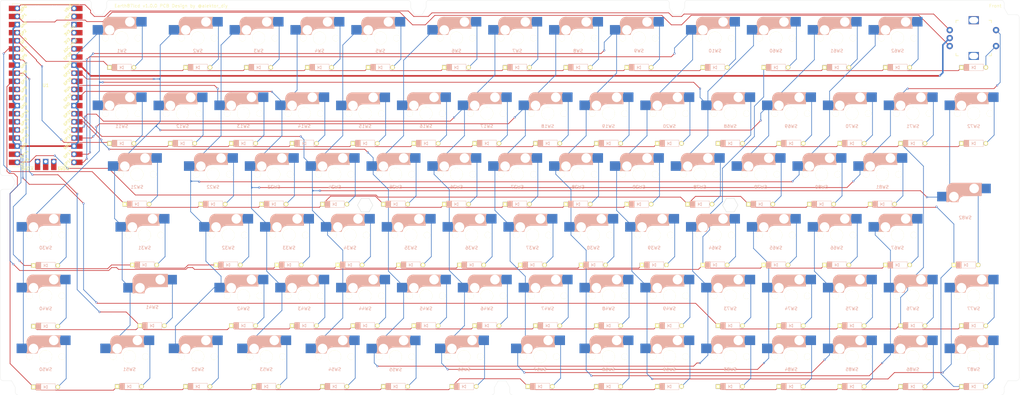
<source format=kicad_pcb>
(kicad_pcb (version 20240108) (generator "pcbnew") (generator_version "8.0")
  (layers (0 "F.Cu" signal) (31 "B.Cu" signal) (34 "B.Paste" user) (35 "F.Paste" user) (36 "B.SilkS" user "B.Silkscreen") (37 "F.SilkS" user "F.Silkscreen") (38 "B.Mask" user) (39 "F.Mask" user) (44 "Edge.Cuts" user))
  (net 0 "")
  (net 1 "col0")
  (net 2 "Net-(D1-A)")
  (net 3 "Net-(D2-A)")
  (net 4 "Net-(D3-A)")
  (net 5 "Net-(D4-A)")
  (net 6 "Net-(D5-A)")
  (net 7 "Net-(D6-A)")
  (net 8 "Net-(D7-A)")
  (net 9 "Net-(D8-A)")
  (net 10 "Net-(D9-A)")
  (net 11 "Net-(D10-A)")
  (net 12 "Net-(D11-A)")
  (net 13 "col1")
  (net 14 "Net-(D12-A)")
  (net 15 "Net-(D13-A)")
  (net 16 "Net-(D14-A)")
  (net 17 "Net-(D15-A)")
  (net 18 "Net-(D16-A)")
  (net 19 "Net-(D17-A)")
  (net 20 "Net-(D18-A)")
  (net 21 "Net-(D19-A)")
  (net 22 "Net-(D20-A)")
  (net 23 "col2")
  (net 24 "Net-(D21-A)")
  (net 25 "Net-(D22-A)")
  (net 26 "Net-(D23-A)")
  (net 27 "Net-(D24-A)")
  (net 28 "Net-(D25-A)")
  (net 29 "Net-(D26-A)")
  (net 30 "Net-(D27-A)")
  (net 31 "Net-(D28-A)")
  (net 32 "Net-(D29-A)")
  (net 33 "Net-(D30-A)")
  (net 34 "col3")
  (net 35 "Net-(D31-A)")
  (net 36 "Net-(D32-A)")
  (net 37 "Net-(D33-A)")
  (net 38 "Net-(D34-A)")
  (net 39 "Net-(D35-A)")
  (net 40 "Net-(D36-A)")
  (net 41 "Net-(D37-A)")
  (net 42 "Net-(D38-A)")
  (net 43 "Net-(D39-A)")
  (net 44 "Net-(D40-A)")
  (net 45 "col4")
  (net 46 "Net-(D41-A)")
  (net 47 "Net-(D42-A)")
  (net 48 "Net-(D43-A)")
  (net 49 "Net-(D44-A)")
  (net 50 "Net-(D45-A)")
  (net 51 "Net-(D46-A)")
  (net 52 "Net-(D47-A)")
  (net 53 "Net-(D48-A)")
  (net 54 "Net-(D49-A)")
  (net 55 "Net-(D50-A)")
  (net 56 "col5")
  (net 57 "Net-(D51-A)")
  (net 58 "Net-(D52-A)")
  (net 59 "Net-(D53-A)")
  (net 60 "Net-(D54-A)")
  (net 61 "Net-(D55-A)")
  (net 62 "Net-(D56-A)")
  (net 63 "Net-(D57-A)")
  (net 64 "Net-(D58-A)")
  (net 65 "Net-(D59-A)")
  (net 66 "col6")
  (net 67 "Net-(D60-A)")
  (net 68 "Net-(D61-A)")
  (net 69 "Net-(D62-A)")
  (net 70 "Net-(D63-A)")
  (net 71 "Net-(D64-A)")
  (net 72 "Net-(D65-A)")
  (net 73 "Net-(D66-A)")
  (net 74 "Net-(D67-A)")
  (net 75 "col7")
  (net 76 "Net-(D68-A)")
  (net 77 "Net-(D69-A)")
  (net 78 "Net-(D70-A)")
  (net 79 "Net-(D71-A)")
  (net 80 "Net-(D72-A)")
  (net 81 "Net-(D73-A)")
  (net 82 "Net-(D74-A)")
  (net 83 "Net-(D75-A)")
  (net 84 "Net-(D76-A)")
  (net 85 "Net-(D77-A)")
  (net 86 "Net-(D78-A)")
  (net 87 "col8")
  (net 88 "Net-(D79-A)")
  (net 89 "Net-(D80-A)")
  (net 90 "Net-(D81-A)")
  (net 91 "Net-(D82-A)")
  (net 92 "Net-(D83-A)")
  (net 93 "Net-(D84-A)")
  (net 94 "Net-(D85-A)")
  (net 95 "Net-(D86-A)")
  (net 96 "Net-(D87-A)")
  (net 97 "row0")
  (net 98 "row1")
  (net 99 "row2")
  (net 100 "row3")
  (net 101 "row4")
  (net 102 "row5")
  (net 103 "row6")
  (net 104 "row7")
  (net 105 "row8")
  (net 106 "col9")
  (net 107 "re-a")
  (net 108 "re-b")
  (net 109 "GND")
  (footprint "kbd_Parts:Diode_TH" (layer "F.Cu") (at 80.9475 90.17)
    (property "Reference" "D11" (hide yes))
    (property "Value" "D" (hide yes))
  )
  (footprint "kbd_Parts:Diode_TH" (layer "F.Cu") (at 83.32875 166.37)
    (property "Reference" "D51" (hide yes))
    (property "Value" "D" (hide yes))
  )
  (footprint "kbd_Parts:Diode_TH" (layer "F.Cu") (at 280.9725 109.22)
    (property "Reference" "D79" (hide yes))
    (property "Value" "D" (hide yes))
  )
  (footprint "kbd_Parts:Diode_TH" (layer "F.Cu") (at 204.7725 109.22)
    (property "Reference" "D27" (hide yes))
    (property "Value" "D" (hide yes))
  )
  (footprint "kbd_SW:CherryMX_Hotswap_1u" (layer "F.Cu") (at 252.3975 157.00375)
    (property "Reference" "SW59")
    (property "Value" "SW_PUSH" (hide yes))
  )
  (footprint "kbd_SW:CherryMX_Hotswap_1u" (layer "F.Cu") (at 328.5975 137.95375)
    (property "Reference" "SW76")
    (property "Value" "SW_PUSH" (hide yes))
  )
  (footprint "kbd_SW:CherryMX_Hotswap_1u" (layer "F.Cu") (at 266.685 57.15)
    (property "Reference" "SW10")
    (property "Value" "SW_PUSH" (hide yes))
  )
  (footprint "kbd_SW:CherryMX_Hotswap_1u" (layer "F.Cu") (at 147.6225 99.85375)
    (property "Reference" "SW24")
    (property "Value" "SW_PUSH" (hide yes))
  )
  (footprint "kbd_Parts:Diode_TH" (layer "F.Cu") (at 119.0475 147.32)
    (property "Reference" "D42" (hide yes))
    (property "Value" "D" (hide yes))
  )
  (footprint "kbd_Parts:Diode_TH" (layer "F.Cu") (at 247.635 128.27)
    (property "Reference" "D39" (hide yes))
    (property "Value" "D" (hide yes))
  )
  (footprint "kbd_Parts:Diode_TH" (layer "F.Cu") (at 309.5475 147.32)
    (property "Reference" "D75" (hide yes))
    (property "Value" "D" (hide yes))
  )
  (footprint "kbd_SW:CherryMX_Hotswap_1u" (layer "F.Cu") (at 185.7225 99.85375)
    (property "Reference" "SW26")
    (property "Value" "SW_PUSH" (hide yes))
  )
  (footprint "kbd_Parts:Diode_TH" (layer "F.Cu") (at 147.6225 109.22)
    (property "Reference" "D24" (hide yes))
    (property "Value" "D" (hide yes))
  )
  (footprint "kbd_Parts:Diode_TH" (layer "F.Cu") (at 57.135 128.42875)
    (property "Reference" "D30" (hide yes))
    (property "Value" "D" (hide yes))
  )
  (footprint "kbd_SW:CherryMX_Hotswap_1u" (layer "F.Cu") (at 142.86 57.15)
    (property "Reference" "SW4")
    (property "Value" "SW_PUSH" (hide yes))
  )
  (footprint "kbd_Parts:Diode_TH" (layer "F.Cu") (at 185.7225 66.3575)
    (property "Reference" "D6" (hide yes))
    (property "Value" "D" (hide yes))
  )
  (footprint "kbd_Parts:Diode_TH" (layer "F.Cu") (at 211.91625 166.37)
    (property "Reference" "D57" (hide yes))
    (property "Value" "D" (hide yes))
  )
  (footprint "kbd_SW:CherryMX_Hotswap_1u" (layer "F.Cu") (at 233.3475 80.80375)
    (property "Reference" "SW19")
    (property "Value" "SW_PUSH" (hide yes))
  )
  (footprint "kbd_SW:CherryMX_Hotswap_1u" (layer "F.Cu") (at 214.2975 80.80375)
    (property "Reference" "SW18")
    (property "Value" "SW_PUSH" (hide yes))
  )
  (footprint "kbd_Parts:Diode_TH" (layer "F.Cu") (at 266.685 128.27)
    (property "Reference" "D64" (hide yes))
    (property "Value" "D" (hide yes))
  )
  (footprint "kbd_Parts:Diode_TH" (layer "F.Cu") (at 161.91 66.3575)
    (property "Reference" "D5" (hide yes))
    (property "Value" "D" (hide yes))
  )
  (footprint "kbd_SW:CherryMX_Hotswap_1u" (layer "F.Cu") (at 347.6475 157.00375)
    (property "Reference" "SW87")
    (property "Value" "SW_PUSH" (hide yes))
  )
  (footprint "kbd_Parts:Diode_TH" (layer "F.Cu") (at 90.4725 147.32)
    (property "Reference" "D41" (hide yes))
    (property "Value" "D" (hide yes))
  )
  (footprint "kbd_SW:CherryMX_Hotswap_1u" (layer "F.Cu") (at 204.7725 99.85375)
    (property "Reference" "SW27")
    (property "Value" "SW_PUSH" (hide yes))
  )
  (footprint "kbd_Parts:Diode_TH" (layer "F.Cu") (at 285.735 66.3575)
    (property "Reference" "D60" (hide yes))
    (property "Value" "D" (hide yes))
  )
  (footprint "kbd_SW:CherryMX_Hotswap_2u" (layer "F.Cu") (at 90.4725 137.95375)
    (property "Reference" "SW41")
    (property "Value" "SW_PUSH" (hide yes))
  )
  (footprint "kbd_Parts:Diode_TH" (layer "F.Cu") (at 223.8225 109.22)
    (property "Reference" "D28" (hide yes))
    (property "Value" "D" (hide yes))
  )
  (footprint "kbd_Parts:Diode_TH" (layer "F.Cu") (at 347.6475 147.32)
    (property "Reference" "D77" (hide yes))
    (property "Value" "D" (hide yes))
  )
  (footprint "kbd_Parts:RotaryEncoder_EC12E" (layer "F.Cu") (at 347.6625 57.15)
    (property "Reference" "SW63")
    (property "Value" "RotaryEncoder_Switch")
  )
  (footprint "kbd_Parts:Diode_TH" (layer "F.Cu") (at 300.0225 109.22)
    (property "Reference" "D80" (hide yes))
    (property "Value" "D" (hide yes))
  )
  (footprint "kbd_SW:CherryMX_Hotswap_ISO" (layer "F.Cu") (at 345.26625 109.37875 90)
    (property "Reference" "SW82")
    (property "Value" "SW_PUSH" (hide yes))
  )
  (footprint "kbd_Parts:Diode_TH" (layer "F.Cu") (at 176.1975 147.32)
    (property "Reference" "D45" (hide yes))
    (property "Value" "D" (hide yes))
  )
  (footprint "kbd_SW:CherryMX_Hotswap_1u" (layer "F.Cu") (at 166.6725 157.04375)
    (property "Reference" "SW55")
    (property "Value" "SW_PUSH" (hide yes))
  )
  (footprint "kbd_SW:CherryMX_Hotswap_1u" (layer "F.Cu") (at 57.135 137.95375)
    (property "Reference" "SW40")
    (property "Value" "SW_PUSH" (hide yes))
  )
  (footprint "kbd_Parts:Diode_TH" (layer "F.Cu") (at 57.135 147.47875)
    (property "Reference" "D40" (hide yes))
    (property "Value" "D" (hide yes))
  )
  (footprint "kbd_SW:CherryMX_Hotswap_1u" (layer "F.Cu") (at 280.9725 99.85375)
    (property "Reference" "SW79")
    (property "Value" "SW_PUSH" (hide yes))
  )
  (footprint "kbd_Parts:Diode_TH" (layer "F.Cu") (at 323.835 128.27)
    (property "Reference" "D67" (hide yes))
    (property "Value" "D" (hide yes))
  )
  (footprint "kbd_Parts:Diode_TH" (layer "F.Cu") (at 271.4475 90.17)
    (property "Reference" "D68" (hide yes))
    (property "Value" "D" (hide yes))
  )
  (footprint "kbd_SW:CherryMX_Hotswap_1u" (layer "F.Cu") (at 157.1475 137.95375)
    (property "Reference" "SW44")
    (property "Value" "SW_PUSH" (hide yes))
  )
  (footprint "kbd_Parts:Diode_TH" (layer "F.Cu") (at 290.4975 166.37)
    (property "Reference" "D84" (hide yes))
    (property "Value" "D" (hide yes))
  )
  (footprint "kbd_Parts:Diode_TH" (layer "F.Cu") (at 114.285 128.27)
    (property "Reference" "D32" (hide yes))
    (property "Value" "D" (hide yes))
  )
  (footprint "kbd_Parts:Diode_TH" (layer "F.Cu") (at 242.8725 66.3575)
    (property "Reference" "D9" (hide yes))
    (property "Value" "D" (hide yes))
  )
  (footprint "kbd_Parts:Diode_TH" (layer "F.Cu") (at 304.785 66.3575)
    (property "Reference" "D61" (hide yes))
    (property "Value" "D" (hide yes))
  )
  (footprint "kbd_Parts:Diode_TH" (layer "F.Cu") (at 347.6625 66.3575)
    (property "Reference" "D63" (hide yes))
    (property "Value" "D" (hide yes))
  )
  (footprint "kbd_Parts:Diode_TH" (layer "F.Cu") (at 323.835 66.3575)
    (property "Reference" "D62" (hide yes))
    (property "Value" "D" (hide yes))
  )
  (footprint "kbd_Parts:Diode_TH" (layer "F.Cu") (at 119.0475 90.17)
    (property "Reference" "D13" (hide yes))
    (property "Value" "D" (hide yes))
  )
  (footprint "kbd_Parts:Diode_TH" (layer "F.Cu") (at 233.3475 147.32)
    (property "Reference" "D48" (hide yes))
    (property "Value" "D" (hide yes))
  )
  (footprint "kbd_Parts:Diode_TH" (layer "F.Cu") (at 347.6475 166.37)
    (property "Reference" "D87" (hide yes))
    (property "Value" "D" (hide yes))
  )
  (footprint "kbd_Parts:Diode_TH" (layer "F.Cu") (at 233.3475 166.37)
    (property "Reference" "D58" (hide yes))
    (property "Value" "D" (hide yes))
  )
  (footprint "kbd_Parts:Diode_TH" (layer "F.Cu") (at 328.5975 166.37)
    (property "Reference" "D86" (hide yes))
    (property "Value" "D" (hide yes))
  )
  (footprint "kbd_Parts:Diode_TH" (layer "F.Cu") (at 328.5975 90.17)
    (property "Reference" "D71" (hide yes))
    (property "Value" "D" (hide yes))
  )
  (footprint "kbd_SW:CherryMX_Hotswap_1u" (layer "F.Cu") (at 300.0225 99.85375)
    (property "Reference" "SW80")
    (property "Value" "SW_PUSH" (hide yes))
  )
  (footprint "kbd_Parts:Diode_TH" (layer "F.Cu") (at 138.0975 90.17)
    (property "Reference" "D14" (hide yes))
    (property "Value" "D" (hide yes))
  )
  (footprint "kbd_SW:CherryMX_Hotswap_1u" (layer "F.Cu") (at 104.76 157.00375)
    (property "Reference" "SW52")
    (property "Value" "SW_PUSH" (hide yes))
  )
  (footprint "kbd_Parts:Diode_TH" (layer "F.Cu") (at 109.5225 109.22)
    (property "Reference" "D22" (hide yes))
    (property "Value" "D" (hide yes))
  )
  (footprint "kbd_SW:CherryMX_Hotswap_1u" (layer "F.Cu") (at 309.5475 137.95375)
    (property "Reference" "SW75")
    (property "Value" "SW_PUSH" (hide yes))
  )
  (footprint "kbd_Parts:Diode_TH" (layer "F.Cu") (at 195.2475 147.32)
    (property "Reference" "D46" (hide yes))
    (property "Value" "D" (hide yes))
  )
  (footprint "kbd_Parts:Diode_TH" (layer "F.Cu") (at 252.3975 147.32)
    (property "Reference" "D49" (hide yes))
    (property "Value" "D" (hide yes))
  )
  (footprint "kbd_SW:CherryMX_Hotswap_1u" (layer "F.Cu") (at 214.2975 137.95375)
    (property "Reference" "SW47")
    (property "Value" "SW_PUSH" (hide yes))
  )
  (footprint "kbd_SW:CherryMX_Hotswap_1u" (layer "F.Cu") (at 347.6475 137.95375)
    (property "Reference" "SW77")
    (property "Value" "SW_PUSH" (hide yes))
  )
  (footprint "kbd_Parts:Diode_TH" (layer "F.Cu") (at 209.535 128.27)
    (property "Reference" "D37" (hide yes))
    (property "Value" "D" (hide yes))
  )
  (footprint "kbd_SW:CherryMX_Hotswap_1u" (layer "F.Cu") (at 185.7225 57.15)
    (property "Reference" "SW6")
    (property "Value" "SW_PUSH" (hide yes))
  )
  (footprint "kbd_Parts:Diode_TH" (layer "F.Cu") (at 147.6225 166.37)
    (property "Reference" "D54" (hide yes))
    (property "Value" "D" (hide yes))
  )
  (footprint "kbd_Parts:Diode_TH" (layer "F.Cu") (at 252.3975 90.17)
    (property "Reference" "D20" (hide yes))
    (property "Value" "D" (hide yes))
  )
  (footprint "kbd_SW:CherryMX_Hotswap_1u" (layer "F.Cu") (at 99.9975 80.84375)
    (property "Reference" "SW12")
    (property "Value" "SW_PUSH" (hide yes))
  )
  (footprint "kbd_Parts:Diode_TH" (layer "F.Cu") (at 138.0975 147.32)
    (property "Reference" "D43" (hide yes))
    (property "Value" "D" (hide yes))
  )
  (footprint "kbd_SW:CherryMX_Hotswap_1u" (layer "F.Cu") (at 252.3975 80.80375)
    (property "Reference" "SW20")
    (property "Value" "SW_PUSH" (hide yes))
  )
  (footprint "kbd_SW:CherryMX_Hotswap_1u" (layer "F.Cu") (at 304.785 57.15)
    (property "Reference" "SW61")
    (property "Value" "SW_PUSH" (hide yes))
  )
  (footprint "kbd_Parts:Diode_TH" (layer "F.Cu") (at 242.8725 109.22)
    (property "Reference" "D29" (hide yes))
    (property "Value" "D" (hide yes))
  )
  (footprint "kbd_SW:CherryMX_Hotswap_1u" (layer "F.Cu") (at 328.5975 80.80375)
    (property "Reference" "SW71")
    (property "Value" "SW_PUSH" (hide yes))
  )
  (footprint "kbd_SW:CherryMX_Hotswap_1u" (layer "F.Cu") (at 190.485 118.90375)
    (property "Reference" "SW36")
    (property "Value" "SW_PUSH" (hide yes))
  )
  (footprint "kbd_Parts:Diode_TH" (layer "F.Cu") (at 345.26625 128.27)
    (property "Reference" "D82" (hide yes))
    (property "Value" "D" (hide yes))
  )
  (footprint "kbd_Parts:Diode_TH" (layer "F.Cu") (at 319.0725 109.22)
    (property "Reference" "D81" (hide yes))
    (property "Value" "D" (hide yes))
  )
  (footprint "kbd_SW:CherryMX_Hotswap_1u" (layer "F.Cu") (at 271.4475 80.80375)
    (property "Reference" "SW68")
    (property "Value" "SW_PUSH" (hide yes))
  )
  (footprint "kbd_Parts:Diode_TH" (layer "F.Cu") (at 252.3975 166.37)
    (property "Reference" "D59" (hide yes))
    (property "Value" "D" (hide yes))
  )
  (footprint "kbd_SW:CherryMX_Hotswap_1u" (layer "F.Cu") (at 57.135 118.90375)
    (property "Reference" "SW30")
    (property "Value" "SW_PUSH" (hide yes))
  )
  (footprint "kbd_SW:CherryMX_Hotswap_1u" (layer "F.Cu") (at 57.135 157.00375)
    (property "Reference" "SW50")
    (property "Value" "SW_PUSH" (hide yes))
  )
  (footprint "kbd_SW:CherryMX_Hotswap_1.25u" (layer "F.Cu") (at 126.19125 157.00375)
    (property "Reference" "SW53")
    (property "Value" "SW_PUSH" (hide yes))
  )
  (footprint "kbd_SW:CherryMX_Hotswap_1u" (layer "F.Cu") (at 176.1975 137.95375)
    (property "Reference" "SW45")
    (property "Value" "SW_PUSH" (hide yes))
  )
  (footprint "kbd_Parts:Diode_TH" (layer "F.Cu") (at 157.1475 90.17)
    (property "Reference" "D15" (hide yes))
    (property "Value" "D" (hide yes))
  )
  (footprint "kbd_Parts:Diode_TH" (layer "F.Cu") (at 271.4475 147.32)
    (property "Reference" "D73" (hide yes))
    (property "Value" "D" (hide yes))
  )
  (footprint "kbd_SW:CherryMX_Hotswap_1u" (layer "F.Cu") (at 323.835 57.15)
    (property "Reference" "SW62")
    (property "Value" "SW_PUSH" (hide yes))
  )
  (footprint "kbd_Parts:Diode_TH" (layer "F.Cu") (at 223.8225 66.3575)
    (property "Reference" "D8" (hide yes))
    (property "Value" "D" (hide yes))
  )
  (footprint "kbd_SW:CherryMX_Hotswap_1u" (layer "F.Cu") (at 109.5225 99.85375)
    (property "Reference" "SW22")
    (property "Value" "SW_PUSH" (hide yes))
  )
  (footprint "kbd_SW:CherryMX_Hotswap_1u" (layer "F.Cu") (at 319.0725 99.85375)
    (property "Reference" "SW81")
    (property "Value" "SW_PUSH" (hide yes))
  )
  (footprint "kbd_SW:CherryMX_Hotswap_1u" (layer "F.Cu") (at 166.6725 99.85375)
    (property "Reference" "SW25")
    (property "Value" "SW_PUSH" (hide yes))
  )
  (footprint "kbd_SW:CherryMX_Hotswap_1u" (layer "F.Cu") (at 271.4475 137.95375)
    (property "Reference" "SW73")
    (property "Value" "SW_PUSH" (hide yes))
  )
  (footprint "kbd_Parts:Diode_TH" (layer "F.Cu") (at 188.10375 166.37)
    (property "Reference" "D56" (hide yes))
    (property "Value" "D" (hide yes))
  )
  (footprint "kbd_Parts:Diode_TH" (layer "F.Cu") (at 190.485 128.27)
    (property "Reference" "D36" (hide yes))
    (property "Value" "D" (hide yes))
  )
  (footprint "kbd_Parts:Diode_TH" (layer "F.Cu") (at 214.2975 90.17)
    (property "Reference" "D18" (hide yes))
    (property "Value" "D" (hide yes))
  )
  (footprint "kbd_Parts:Diode_TH" (layer "F.Cu") (at 88.09125 128.27)
    (property "Reference" "D31" (hide yes))
    (property "Value" "D" (hide yes))
  )
  (footprint "kbd_Parts:Diode_TH" (layer "F.Cu") (at 166.6725 109.22)
    (property "Reference" "D25" (hide yes))
    (property "Value" "D" (hide yes))
  )
  (footprint "kbd_Parts:Diode_TH" (layer "F.Cu") (at 328.5975 147.32)
    (property "Reference" "D76" (hide yes))
    (property "Value" "D" (hide yes))
  )
  (footprint "kbd_SW:CherryMX_Hotswap_1u" (layer "F.Cu") (at 223.8225 99.85375)
    (property "Reference" "SW28")
    (property "Value" "SW_PUSH" (hide yes))
  )
  (footprint "kbd_SW:CherryMX_Hotswap_1.25u" (layer "F.Cu") (at 188.10375 157.00375)
    (property "Reference" "SW56")
    (property "Value" "SW_PUSH" (hide yes))
  )
  (footprint "kbd_Parts:Diode_TH" (layer "F.Cu") (at 185.7225 109.22)
    (property "Reference" "D26" (hide yes))
    (property "Value" "D" (hide yes))
  )
  (footprint "kbd_Parts:Diode_TH" (layer "F.Cu") (at 166.6725 166.37)
    (property "Reference" "D55" (hide yes))
    (property "Value" "D" (hide yes))
  )
  (footprint "kbd_SW:CherryMX_Hotswap_1u" (layer "F.Cu") (at 80.9475 80.80375)
    (property "Reference" "SW11")
    (property "Value" "SW_PUSH" (hide yes))
  )
  (footprint "kbd_SW:CherryMX_Hotswap_1u" (layer "F.Cu") (at 138.0975 137.95375)
    (property "Reference" "SW43")
    (property "Value" "SW_PUSH" (hide yes))
  )
  (footprint "kbd_Parts:Diode_TH" (layer "F.Cu") (at 290.4975 147.32)
    (property "Reference" "D74" (hide yes))
    (property "Value" "D" (hide yes))
  )
  (footprint "kbd_Parts:Diode_TH" (layer "F.Cu") (at 80.9475 66.3575)
    (property "Reference" "D1" (hide yes))
    (property "Value" "D" (hide yes))
  )
  (footprint "kbd_Parts:Diode_TH" (layer "F.Cu") (at 157.1475 147.32)
    (property "Reference" "D44" (hide yes))
    (property "Value" "D" (hide yes))
  )
  (footprint "kbd_SW:CherryMX_Hotswap_1u" (layer "F.Cu") (at 119.0475 137.95375)
    (property "Reference" "SW42")
    (property "Value" "SW_PUSH" (hide yes))
  )
  (footprint "kbd_SW:CherryMX_Hotswap_1u" (layer "F.Cu") (at 309.5475 157.00375)
    (property "Reference" "SW85")
    (property "Value" "SW_PUSH" (hide yes))
  )
  (footprint "kbd_Hole:m2_Spacer_Hole_hex" (layer "F.Cu") (at 157.1625 109.5375)
    (property "Reference" "Ref**" (hide yes))
    (property "Value" "Val**" (hide yes))
    (fp_line (start -2.4 0) (end -1.2 2.15) (stroke (width 0.1)) (layer "Edge.Cuts"))
    (fp_line (start -1.2 -2.15) (end -2.4 0) (stroke (width 0.1)) (layer "Edge.Cuts"))
    (fp_line (start -1.2 2.15) (end 1.2 2.15) (stroke (width 0.1)) (layer "Edge.Cuts"))
    (fp_line (start 1.2 -2.15) (end -1.2 -2.15) (stroke (width 0.1)) (layer "Edge.Cuts"))
    (fp_line (start 1.2 2.15) (end 2.4 0) (stroke (width 0.1)) (layer "Edge.Cuts"))
    (fp_line (start 2.4 0) (end 1.2 -2.15) (stroke (width 0.1)) (layer "Edge.Cuts"))
  )
  (footprint "kbd_SW:CherryMX_Hotswap_1u" (layer "F.Cu") (at 133.335 118.90375)
    (property "Reference" "SW33")
    (property "Value" "SW_PUSH" (hide yes))
  )
  (footprint "kbd_SW:CherryMX_Hotswap_1u" (layer "F.Cu") (at 195.2475 80.80375)
    (property "Reference" "SW17")
    (property "Value" "SW_PUSH" (hide yes))
  )
  (footprint "kbd_SW:CherryMX_Hotswap_1u" (layer "F.Cu") (at 228.585 118.90375)
    (property "Reference" "SW38")
    (property "Value" "SW_PUSH" (hide yes))
  )
  (footprint "kbd_SW:CherryMX_Hotswap_1u" (layer "F.Cu") (at 304.785 118.90375)
    (property "Reference" "SW66")
    (property "Value" "SW_PUSH" (hide yes))
  )
  (footprint "kbd_Parts:Diode_TH" (layer "F.Cu") (at 233.3475 90.17)
    (property "Reference" "D19" (hide yes))
    (property "Value" "D" (hide yes))
  )
  (footprint "kbd_SW:CherryMX_Hotswap_1u" (layer "F.Cu") (at 323.835 118.90375)
    (property "Reference" "SW67")
    (property "Value" "SW_PUSH" (hide yes))
  )
  (footprint "kbd_SW:CherryMX_Hotswap_1u" (layer "F.Cu") (at 161.91 57.15)
    (property "Reference" "SW5")
    (property "Value" "SW_PUSH" (hide yes))
  )
  (footprint "kbd_Parts:Diode_TH" (layer "F.Cu") (at 228.585 128.27)
    (property "Reference" "D38" (hide yes))
    (property "Value" "D" (hide yes))
  )
  (footprint "kbd_Parts:Diode_TH" (layer "F.Cu") (at 261.9225 109.22)
    (property "Reference" "D78" (hide yes))
    (property "Value" "D" (hide yes))
  )
  (footprint "kbd_SW:CherryMX_Hotswap_1u" (layer "F.Cu") (at 114.285 118.90375)
    (property "Reference" "SW32")
    (property "Value" "SW_PUSH" (hide yes))
  )
  (footprint "kbd_SW:CherryMX_Hotswap_1.75u" (layer "F.Cu") (at 88.09125 118.90375)
    (property "Reference" "SW31")
    (property "Value" "SW_PUSH" (hide yes))
  )
  (footprint "kbd_Parts:Diode_TH" (layer "F.Cu") (at 133.335 128.27)
    (property "Reference" "D33" (hide yes))
    (property "Value" "D" (hide yes))
  )
  (footprint "kbd_SW:CherryMX_Hotswap_1u" (layer "F.Cu") (at 252.3975 137.95375)
    (property "Reference" "SW49")
    (property "Value" "SW_PUSH" (hide yes))
  )
  (footprint "kbd_SW:CherryMX_Hotswap_1u" (layer "F.Cu") (at 204.7725 57.15)
    (property "Reference" "SW7")
    (property "Value" "SW_PUSH" (hide yes))
  )
  (footprint "kbd_SW:CherryMX_Hotswap_1u" (layer "F.Cu") (at 242.8725 57.15)
    (property "Reference" "SW9")
    (property "Value" "SW_PUSH" (hide yes))
  )
  (footprint "kbd_SW:CherryMX_Hotswap_1u" (layer "F.Cu") (at 233.3475 137.95375)
    (property "Reference" "SW48")
    (property "Value" "SW_PUSH" (hide yes))
  )
  (footprint "kbd_SW:CherryMX_Hotswap_1u" (layer "F.Cu") (at 152.385 118.90375)
    (property "Reference" "SW34")
    (property "Value" "SW_PUSH" (hide yes))
  )
  (footprint "kbd_SW:CherryMX_Hotswap_1u" (layer "F.Cu") (at 266.685 118.90375)
    (property "Reference" "SW64")
    (property "Value" "SW_PUSH" (hide yes))
  )
  (footprint "kbd_Parts:Diode_TH" (layer "F.Cu") (at 85.71 109.22)
    (property "Reference" "D21" (hide yes))
    (property "Value" "D" (hide yes))
  )
  (footprint "kbd_Parts:Diode_TH" (layer "F.Cu") (at 290.4975 90.17)
    (property "Reference" "D69" (hide yes))
    (property "Value" "D" (hide yes))
  )
  (footprint "kbd_Parts:Diode_TH" (layer "F.Cu") (at 214.2975 147.32)
    (property "Reference" "D47" (hide yes))
    (property "Value" "D" (hide yes))
  )
  (footprint "kbd_Parts:Diode_TH" (layer "F.Cu") (at 152.385 128.27)
    (property "Reference" "D34" (hide yes))
    (property "Value" "D" (hide yes))
  )
  (footprint "kbd_Parts:Diode_TH" (layer "F.Cu") (at 104.76 166.37)
    (property "Reference" "D52" (hide yes))
    (property "Value" "D" (hide yes))
  )
  (footprint "kbd_SW:CherryMX_Hotswap_1u" (layer "F.Cu") (at 347.6475 80.80375)
    (property "Reference" "SW72")
    (property "Value" "SW_PUSH" (hide yes))
  )
  (footprint "kbd_Parts:Diode_TH" (layer "F.Cu") (at 347.6475 90.17)
    (property "Reference" "D72" (hide yes))
    (property "Value" "D" (hide yes))
  )
  (footprint "kbd_SW:CherryMX_Hotswap_1u" (layer "F.Cu") (at 271.4475 157.00375)
    (property "Reference" "SW83")
    (property "Value" "SW_PUSH" (hide yes))
  )
  (footprint "kbd_SW:CherryMX_Hotswap_1u" (layer "F.Cu") (at 209.535 118.90375)
    (property "Reference" "SW37")
    (property "Value" "SW_PUSH" (hide yes))
  )
  (footprint "kbd_Parts:Diode_TH" (layer "F.Cu") (at 171.435 128.27)
    (property "Reference" "D35" (hide yes))
    (property "Value" "D" (hide yes))
  )
  (footprint "kbd_SW:CherryMX_Hotswap_1u" (layer "F.Cu") (at 138.0975 80.80375)
    (property "Reference" "SW14")
    (property "Value" "SW_PUSH" (hide yes))
  )
  (footprint "kbd_Parts:Diode_TH" (layer "F.Cu") (at 176.1975 90.17)
    (property "Reference" "D16" (hide yes))
    (property "Value" "D" (hide yes))
  )
  (footprint "kbd_SW:CherryMX_Hotswap_1.25u" (layer "F.Cu") (at 83.32875 157.00375)
    (property "Reference" "SW51")
    (property "Value" "SW_PUSH" (hide yes))
  )
  (footprint "kbd_Parts:Diode_TH" (layer "F.Cu") (at 204.7725 66.3575)
    (property "Reference" "D7" (hide yes))
    (property "Value" "D" (hide yes))
  )
  (footprint "kbd_SW:CherryMX_Hotswap_1u" (layer "F.Cu") (at 261.9225 99.85375)
    (property "Reference" "SW78")
    (property "Value" "SW_PUSH" (hide yes))
  )
  (footprint "kbd_SW:CherryMX_Hotswap_1.5u" (layer "F.Cu") (at 85.71 99.85375)
    (property "Reference" "SW21")
    (property "Value" "SW_PUSH" (hide yes))
  )
  (footprint "kbd_Parts:Diode_TH" (layer "F.Cu") (at 304.785 128.27)
    (property "Reference" "D66" (hide yes))
    (property "Value" "D" (hide yes))
  )
  (footprint "kbd_SW:CherryMX_Hotswap_1u" (layer "F.Cu") (at 80.9475 57.15)
    (property "Reference" "SW1")
    (property "Value" "SW_PUSH" (hide yes))
  )
  (footprint "kbd_SW:CherryMX_Hotswap_1u" (layer "F.Cu") (at 242.8725 99.85375)
    (property "Reference" "SW29")
    (property "Value" "SW_PUSH" (hide yes))
  )
  (footprint "kbd_SW:CherryMX_Hotswap_1u" (layer "F.Cu") (at 223.8225 57.15)
    (property "Reference" "SW8")
    (property "Value" "SW_PUSH" (hide yes))
  )
  (footprint "kbd_Parts:Diode_TH" (layer "F.Cu") (at 285.735 128.27)
    (property "Reference" "D65" (hide yes))
    (property "Value" "D" (hide yes))
  )
  (footprint "kbd_Parts:Diode_TH" (layer "F.Cu") (at 266.685 66.3575)
    (property "Reference" "D10" (hide yes))
    (property "Value" "D" (hide yes))
  )
  (footprint "kbd_SW:CherryMX_Hotswap_1u" (layer "F.Cu") (at 285.735 57.15)
    (property "Reference" "SW60")
    (property "Value" "SW_PUSH" (hide yes))
  )
  (footprint "kbd_SW:CherryMX_Hotswap_1u" (layer "F.Cu") (at 104.775 57.15)
    (property "Reference" "SW2")
    (property "Value" "SW_PUSH" (hide yes))
  )
  (footprint "kbd_SW:CherryMX_Hotswap_1.25u" (layer "F.Cu") (at 211.91625 157.00375)
    (property "Reference" "SW57")
    (property "Value" "SW_PUSH" (hide yes))
  )
  (footprint "kbd_Parts:Diode_TH" (layer "F.Cu") (at 271.4475 166.37)
    (property "Reference" "D83" (hide yes))
    (property "Value" "D" (hide yes))
  )
  (footprint "kbd_SW:CherryMX_Hotswap_1u" (layer "F.Cu") (at 309.5475 80.80375)
    (property "Reference" "SW70")
    (property "Value" "SW_PUSH" (hide yes))
  )
  (footprint "kbd_SW:CherryMX_Hotswap_1u" (layer "F.Cu") (at 171.435 118.90375)
    (property "Reference" "SW35")
    (property "Value" "SW_PUSH" (hide yes))
  )
  (footprint "kbd_Parts:Diode_TH" (layer "F.Cu") (at 128.5725 109.22)
    (property "Reference" "D23" (hide yes))
    (property "Value" "D" (hide yes))
  )
  (footprint "kbd_SW:CherryMX_Hotswap_1u" (layer "F.Cu") (at 128.5725 99.85375)
    (property "Reference" "SW23")
    (property "Value" "SW_PUSH" (hide yes))
  )
  (footprint "kbd_Parts:Diode_TH" (layer "F.Cu") (at 57.135 166.52875)
    (property "Reference" "D50" (hide yes))
    (property "Value" "D" (hide yes))
  )
  (footprint "kbd_Parts:Diode_TH" (layer "F.Cu") (at 309.5475 166.37)
    (property "Reference" "D85" (hide yes))
    (property "Value" "D" (hide yes))
  )
  (footprint "kbd_Parts:Diode_TH" (layer "F.Cu") (at 126.19125 166.37)
    (property "Reference" "D53" (hide yes))
    (property "Value" "D" (hide yes))
  )
  (footprint "kbd_SW:CherryMX_Hotswap_1u" (layer "F.Cu") (at 233.3475 157.00375)
    (property "Reference" "SW58")
    (property "Value" "SW_PUSH" (hide yes))
  )
  (footprint "kbd_Parts:Diode_TH" (layer "F.Cu") (at 104.775 66.3575)
    (property "Reference" "D2" (hide yes))
    (property "Value" "D" (hide yes))
  )
  (footprint "kbd_SW:CherryMX_Hotswap_1u" (layer "F.Cu") (at 147.6225 157.00375)
    (property "Reference" "SW54")
    (property "Value" "SW_PUSH" (hide yes))
  )
  (footprint "kbd_Parts:Diode_TH" (layer "F.Cu") (at 142.86 66.3575)
    (property "Reference" "D4" (hide yes))
    (property "Value" "D" (hide yes))
  )
  (footprint "kbd_SW:CherryMX_Hotswap_1u" (layer "F.Cu") (at 195.2475 137.95375)
    (property "Reference" "SW46")
    (property "Value" "SW_PUSH" (hide yes))
  )
  (footprint "kbd_Parts:Diode_TH" (layer "F.Cu") (at 309.5475 90.17)
    (property "Reference" "D70" (hide yes))
    (property "Value" "D" (hide yes))
  )
  (footprint "kbd_SW:CherryMX_Hotswap_1u" (layer "F.Cu") (at 328.5975 157.00375)
    (property "Reference" "SW86")
    (property "Value" "SW_PUSH" (hide yes))
  )
  (footprint "kbd_SW:CherryMX_Hotswap_1u" (layer "F.Cu") (at 290.4975 157.00375)
    (property "Reference" "SW84")
    (property "Value" "SW_PUSH" (hide yes))
  )
  (footprint "MCU_RaspberryPi_and_Boards:RPi_Pico_SMD_TH" (layer "F.Cu") (at 57.135 71.97)
    (property "Reference" "U1")
    (property "Value" "Pico")
  )
  (footprint "kbd_SW:CherryMX_Hotswap_1u" (layer "F.Cu") (at 123.81 57.15)
    (property "Reference" "SW3")
    (property "Value" "SW_PUSH" (hide yes))
  )
  (footprint "kbd_Parts:Diode_TH" (layer "F.Cu") (at 195.2475 90.17)
    (property "Reference" "D17" (hide yes))
    (property "Value" "D" (hide yes))
  )
  (footprint "kbd_SW:CherryMX_Hotswap_1u" (layer "F.Cu") (at 290.4975 80.80375)
    (property "Reference" "SW69")
    (property "Value" "SW_PUSH" (hide yes))
  )
  (footprint "kbd_Parts:Diode_TH" (layer "F.Cu") (at 123.81 66.3575)
    (property "Reference" "D3" (hide yes))
    (property "Value" "D" (hide yes))
  )
  (footprint "kbd_SW:CherryMX_Hotswap_1u" (layer "F.Cu") (at 157.1475 80.84375)
    (property "Reference" "SW15")
    (property "Value" "SW_PUSH" (hide yes))
  )
  (footprint "kbd_SW:CherryMX_Hotswap_1u" (layer "F.Cu") (at 285.735 118.90375)
    (property "Reference" "SW65")
    (property "Value" "SW_PUSH" (hide yes))
  )
  (footprint "kbd_SW:CherryMX_Hotswap_1u" (layer "F.Cu") (at 290.4975 137.95375)
    (property "Reference" "SW74")
    (property "Value" "SW_PUSH" (hide yes))
  )
  (footprint "kbd_SW:CherryMX_Hotswap_1u" (layer "F.Cu") (at 176.1975 80.80375)
    (property "Reference" "SW16")
    (property "Value" "SW_PUSH" (hide yes))
  )
  (footprint "kbd_SW:CherryMX_Hotswap_1u" (layer "F.Cu") (at 119.0475 80.80375)
    (property "Reference" "SW13")
    (property "Value" "SW_PUSH" (hide yes))
  )
  (footprint "kbd_Hole:m2_Spacer_Hole_hex" (layer "F.Cu") (at 271.4625 109.5375)
    (property "Reference" "Ref**" (hide yes))
    (property "Value" "Val**" (hide yes))
    (fp_line (start -2.4 0) (end -1.2 2.15) (stroke (width 0.1)) (layer "Edge.Cuts"))
    (fp_line (start -1.2 -2.15) (end -2.4 0) (stroke (width 0.1)) (layer "Edge.Cuts"))
    (fp_line (start -1.2 2.15) (end 1.2 2.15) (stroke (width 0.1)) (layer "Edge.Cuts"))
    (fp_line (start 1.2 -2.15) (end -1.2 -2.15) (stroke (width 0.1)) (layer "Edge.Cuts"))
    (fp_line (start 1.2 2.15) (end 2.4 0) (stroke (width 0.1)) (layer "Edge.Cuts"))
    (fp_line (start 2.4 0) (end 1.2 -2.15) (stroke (width 0.1)) (layer "Edge.Cuts"))
  )
  (footprint "kbd_SW:CherryMX_Hotswap_1u" (layer "F.Cu") (at 247.635 118.90375)
    (property "Reference" "SW39")
    (property "Value" "SW_PUSH" (hide yes))
  )
  (footprint "kbd_Parts:Diode_TH" (layer "F.Cu") (at 99.9975 90.17)
    (property "Reference" "D12" (hide yes))
    (property "Value" "D" (hide yes))
  )
  (gr_line (start 171.4125 47.625) (end 171.4125 46.24375) (stroke (width 0.05)) (layer "Edge.Cuts"))
  (gr_line (start 47.64375 102.39375) (end 46.44375 104.54375) (stroke (width 0.05)) (layer "Edge.Cuts"))
  (gr_line (start 175.0125 49.775) (end 176.2125 47.625) (stroke (width 0.05)) (layer "Edge.Cuts"))
  (gr_line (start 358.36875 49.775) (end 360.95 49.775) (stroke (width 0.05)) (layer "Edge.Cuts"))
  (gr_arc (start 170.41245 45.24375) (mid 171.119589 45.536626) (end 171.4125 46.24375) (stroke (width 0.05)) (layer "Edge.Cuts"))
  (gr_line (start 42.8625 163.5375) (end 42.8625 105.54375) (stroke (width 0.05)) (layer "Edge.Cuts"))
  (gr_arc (start 361.94995 163.5375) (mid 361.657089 164.244603) (end 360.95 164.5375) (stroke (width 0.05)) (layer "Edge.Cuts"))
  (gr_line (start 203.42495 169.06875) (end 356.16875 169.06875) (stroke (width 0.05)) (layer "Edge.Cuts"))
  (gr_line (start 77.21875 45.2437) (end 170.41245 45.24375) (stroke (width 0.05)) (layer "Edge.Cuts"))
  (gr_line (start 43.8625 45.24375) (end 70.4187 45.24375) (stroke (width 0.05)) (layer "Edge.Cuts"))
  (gr_arc (start 43.8625 164.5375) (mid 43.155411 164.244604) (end 42.86255 163.5375) (stroke (width 0.05)) (layer "Edge.Cuts"))
  (gr_line (start 43.8625 164.5375) (end 46.44375 164.5375) (stroke (width 0.05)) (layer "Edge.Cuts"))
  (gr_line (start 177.2125 45.2437) (end 251.37495 45.24375) (stroke (width 0.05)) (layer "Edge.Cuts"))
  (gr_arc (start 43.8625 100.24375) (mid 43.155361 99.950874) (end 42.86245 99.24375) (stroke (width 0.05)) (layer "Edge.Cuts"))
  (gr_line (start 47.64375 166.6875) (end 47.64375 168.06875) (stroke (width 0.05)) (layer "Edge.Cuts"))
  (gr_line (start 357.16875 47.625) (end 357.16875 46.24375) (stroke (width 0.05)) (layer "Edge.Cuts"))
  (gr_line (start 71.41875 47.625) (end 71.41875 46.24375) (stroke (width 0.05)) (layer "Edge.Cuts"))
  (gr_arc (start 251.37495 45.24375) (mid 252.082089 45.536626) (end 252.375 46.24375) (stroke (width 0.05)) (layer "Edge.Cuts"))
  (gr_line (start 71.41875 47.625) (end 72.61875 49.775) (stroke (width 0.05)) (layer "Edge.Cuts"))
  (gr_line (start 198.825 164.5375) (end 201.225 164.5375) (stroke (width 0.05)) (layer "Edge.Cuts"))
  (gr_line (start 176.2125 47.625) (end 176.2125 46.24375) (stroke (width 0.05)) (layer "Edge.Cuts"))
  (gr_line (start 252.375 47.625) (end 253.575 49.775) (stroke (width 0.05)) (layer "Edge.Cuts"))
  (gr_line (start 255.975 49.775) (end 257.175 47.625) (stroke (width 0.05)) (layer "Edge.Cuts"))
  (gr_arc (start 42.8625 46.24375) (mid 43.155393 45.536643) (end 43.8625 45.24375) (stroke (width 0.05)) (layer "Edge.Cuts"))
  (gr_line (start 258.175 45.2437) (end 356.1687 45.24375) (stroke (width 0.05)) (layer "Edge.Cuts"))
  (gr_arc (start 356.1687 45.24375) (mid 356.875839 45.536626) (end 357.16875 46.24375) (stroke (width 0.05)) (layer "Edge.Cuts"))
  (gr_line (start 358.36875 164.5375) (end 360.95 164.5375) (stroke (width 0.05)) (layer "Edge.Cuts"))
  (gr_arc (start 76.21875 46.24375) (mid 76.511626 45.536611) (end 77.21875 45.2437) (stroke (width 0.05)) (layer "Edge.Cuts"))
  (gr_arc (start 48.64375 169.06875) (mid 47.936631 168.775871) (end 47.643755 168.06875) (stroke (width 0.05)) (layer "Edge.Cuts"))
  (gr_arc (start 357.16875 168.06875) (mid 356.875874 168.775889) (end 356.16875 169.0688) (stroke (width 0.05)) (layer "Edge.Cuts"))
  (gr_line (start 357.16875 47.625) (end 358.36875 49.775) (stroke (width 0.05)) (layer "Edge.Cuts"))
  (gr_line (start 42.86245 99.24375) (end 42.8625 46.24375) (stroke (width 0.05)) (layer "Edge.Cuts"))
  (gr_line (start 201.225 164.5375) (end 202.425 166.6875) (stroke (width 0.05)) (layer "Edge.Cuts"))
  (gr_line (start 72.61875 49.775) (end 75.01875 49.775) (stroke (width 0.05)) (layer "Edge.Cuts"))
  (gr_line (start 46.44375 164.5375) (end 47.64375 166.6875) (stroke (width 0.05)) (layer "Edge.Cuts"))
  (gr_arc (start 197.625055 168.06875) (mid 197.332142 168.775876) (end 196.625 169.06875) (stroke (width 0.05)) (layer "Edge.Cuts"))
  (gr_arc (start 257.175 46.24375) (mid 257.467876 45.536611) (end 258.175 45.2437) (stroke (width 0.05)) (layer "Edge.Cuts"))
  (gr_line (start 196.625 169.06875) (end 48.64375 169.06875) (stroke (width 0.05)) (layer "Edge.Cuts"))
  (gr_arc (start 360.95 49.775) (mid 361.657106 50.067894) (end 361.95 50.775) (stroke (width 0.05)) (layer "Edge.Cuts"))
  (gr_arc (start 70.4187 45.24375) (mid 71.125839 45.536626) (end 71.41875 46.24375) (stroke (width 0.05)) (layer "Edge.Cuts"))
  (gr_line (start 252.375 47.625) (end 252.375 46.24375) (stroke (width 0.05)) (layer "Edge.Cuts"))
  (gr_line (start 197.625 168.06875) (end 197.625 166.6875) (stroke (width 0.05)) (layer "Edge.Cuts"))
  (gr_arc (start 42.8625 105.54375) (mid 43.155376 104.836611) (end 43.8625 104.5437) (stroke (width 0.05)) (layer "Edge.Cuts"))
  (gr_line (start 75.01875 49.775) (end 76.21875 47.625) (stroke (width 0.05)) (layer "Edge.Cuts"))
  (gr_arc (start 203.42495 169.06875) (mid 202.717863 168.775853) (end 202.425 168.06875) (stroke (width 0.05)) (layer "Edge.Cuts"))
  (gr_arc (start 176.2125 46.24375) (mid 176.505376 45.536611) (end 177.2125 45.2437) (stroke (width 0.05)) (layer "Edge.Cuts"))
  (gr_line (start 202.425 166.6875) (end 202.425 168.06875) (stroke (width 0.05)) (layer "Edge.Cuts"))
  (gr_line (start 253.575 49.775) (end 255.975 49.775) (stroke (width 0.05)) (layer "Edge.Cuts"))
  (gr_line (start 76.21875 47.625) (end 76.21875 46.24375) (stroke (width 0.05)) (layer "Edge.Cuts"))
  (gr_line (start 257.175 47.625) (end 257.175 46.24375) (stroke (width 0.05)) (layer "Edge.Cuts"))
  (gr_line (start 197.625 166.6875) (end 198.825 164.5375) (stroke (width 0.05)) (layer "Edge.Cuts"))
  (gr_line (start 361.95 50.775) (end 361.95 163.5375) (stroke (width 0.05)) (layer "Edge.Cuts"))
  (gr_line (start 46.44375 104.54375) (end 43.8625 104.5437) (stroke (width 0.05)) (layer "Edge.Cuts"))
  (gr_line (start 172.6125 49.775) (end 175.0125 49.775) (stroke (width 0.05)) (layer "Edge.Cuts"))
  (gr_line (start 171.4125 47.625) (end 172.6125 49.775) (stroke (width 0.05)) (layer "Edge.Cuts"))
  (gr_line (start 43.8625 100.24375) (end 46.44375 100.24375) (stroke (width 0.05)) (layer "Edge.Cuts"))
  (gr_line (start 357.16875 166.6875) (end 357.16875 168.06875) (stroke (width 0.05)) (layer "Edge.Cuts"))
  (gr_line (start 46.44375 100.24375) (end 47.64375 102.39375) (stroke (width 0.05)) (layer "Edge.Cuts"))
  (gr_line (start 357.16875 166.6875) (end 358.36875 164.5375) (stroke (width 0.05)) (layer "Edge.Cuts"))
  (gr_text "Earth87lcd v1.0.0 PCB Design by @alektor_diy" (at 78.58125 47.625 0) (layer "F.SilkS") (effects (font (size 1 1) (thickness 0.1)) (justify left bottom)))
  (gr_text "Front" (at 352.425 47.625 0) (layer "F.SilkS") (effects (font (size 1 1) (thickness 0.1)) (justify left bottom)))
  (segment (start 260 71) (end 75 71) (width 0.2) (layer "F.Cu") (net 1))
  (segment (start 262 73) (end 260 71) (width 0.2) (layer "F.Cu") (net 1))
  (via (at 262 73) (size 0.6) (drill 0.3) (layers "F.Cu" "B.Cu") (net 1))
  (via (at 75 71) (size 0.6) (drill 0.3) (layers "F.Cu" "B.Cu") (net 1))
  (segment (start 73.9475 54.57) (end 73.9475 55.1575) (width 0.2) (layer "B.Cu") (net 1))
  (segment (start 262 75.77625) (end 262 73) (width 0.2) (layer "B.Cu") (net 1))
  (segment (start 264.4475 87.74875) (end 254.9225 97.27375) (width 0.2) (layer "B.Cu") (net 1))
  (segment (start 278.735 59.529593) (end 264.4475 73.817093) (width 0.2) (layer "B.Cu") (net 1))
  (segment (start 75 71) (end 74.260947 71) (width 0.2) (layer "B.Cu") (net 1))
  (segment (start 73.9475 78.22375) (end 73.9475 71.31925) (width 0.2) (layer "B.Cu") (net 1))
  (segment (start 264.4475 78.22375) (end 264.4475 87.74875) (width 0.2) (layer "B.Cu") (net 1))
  (segment (start 264.4475 78.22375) (end 262 75.77625) (width 0.2) (layer "B.Cu") (net 1))
  (segment (start 278.735 54.57) (end 278.735 59.529593) (width 0.2) (layer "B.Cu") (net 1))
  (segment (start 73.9475 92.51125) (end 73.9475 78.22375) (width 0.2) (layer "B.Cu") (net 1))
  (segment (start 74.260947 71) (end 73.9475 70.686553) (width 0.2) (layer "B.Cu") (net 1))
  (segment (start 74.260947 71.005803) (end 73.9475 71.31925) (width 0.2) (layer "B.Cu") (net 1))
  (segment (start 50.135 116.32375) (end 73.9475 92.51125) (width 0.2) (layer "B.Cu") (net 1))
  (segment (start 73.9475 71) (end 73.9475 70.686553) (width 0.2) (layer "B.Cu") (net 1))
  (segment (start 264.4475 73.817093) (end 264.4475 78.22375) (width 0.2) (layer "B.Cu") (net 1))
  (segment (start 50.135 154.42375) (end 50.135 135.37375) (width 0.2) (layer "B.Cu") (net 1))
  (segment (start 73.9475 70.686553) (end 73.9475 54.57) (width 0.2) (layer "B.Cu") (net 1))
  (segment (start 73.9475 71.31925) (end 73.9475 71) (width 0.2) (layer "B.Cu") (net 1))
  (segment (start 75 71) (end 73.9475 71) (width 0.2) (layer "B.Cu") (net 1))
  (segment (start 74.260947 71) (end 74.260947 71.005803) (width 0.2) (layer "B.Cu") (net 1))
  (segment (start 73.9475 55.1575) (end 66.025 63.08) (width 0.2) (layer "B.Cu") (net 1))
  (segment (start 50.135 135.37375) (end 50.135 116.32375) (width 0.2) (layer "B.Cu") (net 1))
  (segment (start 86.6475 52.03) (end 87.3775 52.76) (width 0.2) (layer "B.Cu") (net 2))
  (segment (start 87.3775 52.76) (end 87.3775 63.7375) (width 0.2) (layer "B.Cu") (net 2))
  (segment (start 87.3775 63.7375) (end 84.7575 66.3575) (width 0.2) (layer "B.Cu") (net 2))
  (segment (start 111.205 52.76) (end 111.205 63.7375) (width 0.2) (layer "B.Cu") (net 3))
  (segment (start 111.205 63.7375) (end 108.585 66.3575) (width 0.2) (layer "B.Cu") (net 3))
  (segment (start 110.475 52.03) (end 111.205 52.76) (width 0.2) (layer "B.Cu") (net 3))
  (segment (start 129.51 52.03) (end 130.24 52.76) (width 0.2) (layer "B.Cu") (net 4))
  (segment (start 130.24 63.7375) (end 127.62 66.3575) (width 0.2) (layer "B.Cu") (net 4))
  (segment (start 130.24 52.76) (end 130.24 63.7375) (width 0.2) (layer "B.Cu") (net 4))
  (segment (start 149.29 63.7375) (end 146.67 66.3575) (width 0.2) (layer "B.Cu") (net 5))
  (segment (start 149.29 52.76) (end 149.29 63.7375) (width 0.2) (layer "B.Cu") (net 5))
  (segment (start 148.56 52.03) (end 149.29 52.76) (width 0.2) (layer "B.Cu") (net 5))
  (segment (start 168.34 63.7375) (end 165.72 66.3575) (width 0.2) (layer "B.Cu") (net 6))
  (segment (start 168.34 52.76) (end 168.34 63.7375) (width 0.2) (layer "B.Cu") (net 6))
  (segment (start 167.61 52.03) (end 168.34 52.76) (width 0.2) (layer "B.Cu") (net 6))
  (segment (start 191.4225 52.03) (end 192.1525 52.76) (width 0.2) (layer "B.Cu") (net 7))
  (segment (start 192.1525 63.7375) (end 189.5325 66.3575) (width 0.2) (layer "B.Cu") (net 7))
  (segment (start 192.1525 52.76) (end 192.1525 63.7375) (width 0.2) (layer "B.Cu") (net 7))
  (segment (start 210.4725 52.03) (end 211.2025 52.76) (width 0.2) (layer "B.Cu") (net 8))
  (segment (start 211.2025 63.7375) (end 208.5825 66.3575) (width 0.2) (layer "B.Cu") (net 8))
  (segment (start 211.2025 52.76) (end 211.2025 63.7375) (width 0.2) (layer "B.Cu") (net 8))
  (segment (start 229.5225 52.03) (end 230.2525 52.76) (width 0.2) (layer "B.Cu") (net 9))
  (segment (start 230.2525 52.76) (end 230.2525 63.7375) (width 0.2) (layer "B.Cu") (net 9))
  (segment (start 230.2525 63.7375) (end 227.6325 66.3575) (width 0.2) (layer "B.Cu") (net 9))
  (segment (start 248.5725 52.03) (end 249.3025 52.76) (width 0.2) (layer "B.Cu") (net 10))
  (segment (start 249.3025 52.76) (end 249.3025 63.7375) (width 0.2) (layer "B.Cu") (net 10))
  (segment (start 249.3025 63.7375) (end 246.6825 66.3575) (width 0.2) (layer "B.Cu") (net 10))
  (segment (start 272.385 52.03) (end 273.115 52.76) (width 0.2) (layer "B.Cu") (net 11))
  (segment (start 273.115 52.76) (end 273.115 63.7375) (width 0.2) (layer "B.Cu") (net 11))
  (segment (start 273.115 63.7375) (end 270.495 66.3575) (width 0.2) (layer "B.Cu") (net 11))
  (segment (start 87.3775 87.55) (end 84.7575 90.17) (width 0.2) (layer "B.Cu") (net 12))
  (segment (start 87.3775 76.41375) (end 87.3775 87.55) (width 0.2) (layer "B.Cu") (net 12))
  (segment (start 86.6475 75.68375) (end 87.3775 76.41375) (width 0.2) (layer "B.Cu") (net 12))
  (segment (start 281 83) (end 278 86) (width 0.2) (layer "F.Cu") (net 13))
  (segment (start 278 86) (end 93 86) (width 0.2) (layer "F.Cu") (net 13))
  (segment (start 70 70) (end 68.16 68.16) (width 0.2) (layer "F.Cu") (net 13))
  (segment (start 68.16 68.16) (end 66.025 68.16) (width 0.2) (layer "F.Cu") (net 13))
  (segment (start 91 70) (end 70 70) (width 0.2) (layer "F.Cu") (net 13))
  (via (at 281 83) (size 0.6) (drill 0.3) (layers "F.Cu" "B.Cu") (net 13))
  (via (at 93 86) (size 0.6) (drill 0.3) (layers "F.Cu" "B.Cu") (net 13))
  (via (at 91 70) (size 0.6) (drill 0.3) (layers "F.Cu" "B.Cu") (net 13))
  (segment (start 91.43923 84.900362) (end 91.669796 84.669796) (width 0.2) (layer "B.Cu") (net 13))
  (segment (start 281 80.72125) (end 281 83) (width 0.2) (layer "B.Cu") (net 13))
  (segment (start 91.900043 84.900043) (end 91.899724 84.900362) (width 0.2) (layer "B.Cu") (net 13))
  (segment (start 92.669865 70) (end 92.9975 69.672365) (width 0.2) (layer "B.Cu") (net 13))
  (segment (start 81.09125 132.9325) (end 81.09125 116.32375) (width 0.2) (layer "B.Cu") (net 13))
  (segment (start 297.785 54.57) (end 297.785 63.93625) (width 0.2) (layer "B.Cu") (net 13))
  (segment (start 81.09125 116.32375) (end 81.09125 116.09125) (width 0.2) (layer "B.Cu") (net 13))
  (segment (start 283.4975 87.74875) (end 273.9725 97.27375) (width 0.2) (layer "B.Cu") (net 13))
  (segment (start 91.899724 84.900362) (end 91.43923 84.900362) (width 0.2) (layer "B.Cu") (net 13))
  (segment (start 92.9975 70.325055) (end 92.9975 70) (width 0.2) (layer "B.Cu") (net 13))
  (segment (start 92.672445 70) (end 92.9975 70.325055) (width 0.2) (layer "B.Cu") (net 13))
  (segment (start 91.900043 84.439549) (end 91.900043 84.900043) (width 0.2) (layer "B.Cu") (net 13))
  (segment (start 92.9975 59.3475) (end 97.775 54.57) (width 0.2) (layer "B.Cu") (net 13))
  (segment (start 92.9975 83.342093) (end 92.9975 78.26375) (width 0.2) (layer "B.Cu") (net 13))
  (segment (start 92.169796 84.169796) (end 91.900043 84.439549) (width 0.2) (layer "B.Cu") (net 13))
  (segment (start 93 86) (end 91.900043 84.900043) (width 0.2) (layer "B.Cu") (net 13))
  (segment (start 91.900043 84.900043) (end 91.669796 84.669796) (width 0.2) (layer "B.Cu") (net 13))
  (segment (start 83.5725 147.18) (end 83.5725 135.41375) (width 0.2) (layer "B.Cu") (net 13))
  (segment (start 76.32875 154.42375) (end 83.5725 147.18) (width 0.2) (layer "B.Cu") (net 13))
  (segment (start 92 70) (end 92.669865 70) (width 0.2) (layer "B.Cu") (net 13))
  (segment (start 283.4975 78.22375) (end 281 80.72125) (width 0.2) (layer "B.Cu") (net 13))
  (segment (start 283.4975 78.22375) (end 283.4975 87.74875) (width 0.2) (layer "B.Cu") (net 13))
  (segment (start 92.669865 70) (end 92.672445 70) (width 0.2) (layer "B.Cu") (net 13))
  (segment (start 78.71 113.71) (end 78.71 97.27375) (width 0.2) (layer "B.Cu") (net 13))
  (segment (start 297.785 63.93625) (end 283.4975 78.22375) (width 0.2) (layer "B.Cu") (net 13))
  (segment (start 92.9975 69.672365) (end 92.9975 59.3475) (width 0.2) (layer "B.Cu") (net 13))
  (segment (start 92 70) (end 92.9975 70) (width 0.2) (layer "B.Cu") (net 13))
  (segment (start 83.5725 135.41375) (end 81.09125 132.9325) (width 0.2) (layer "B.Cu") (net 13))
  (segment (start 78.71 97.27375) (end 79.065843 97.27375) (width 0.2) (layer "B.Cu") (net 13))
  (segment (start 79.065843 97.27375) (end 91.43923 84.900362) (width 0.2) (layer "B.Cu") (net 13))
  (segment (start 91 70) (end 92 70) (width 0.2) (layer "B.Cu") (net 13))
  (segment (start 92.169796 84.169796) (end 92.9975 83.342093) (width 0.2) (layer "B.Cu") (net 13))
  (segment (start 81.09125 116.09125) (end 78.71 113.71) (width 0.2) (layer "B.Cu") (net 13))
  (segment (start 91.669796 84.669796) (end 92.169796 84.169796) (width 0.2) (layer "B.Cu") (net 13))
  (segment (start 92.9975 70) (end 92.9975 69.672365) (width 0.2) (layer "B.Cu") (net 13))
  (segment (start 92.9975 78.26375) (end 92.9975 70.325055) (width 0.2) (layer "B.Cu") (net 13))
  (segment (start 106.4275 87.55) (end 103.8075 90.17) (width 0.2) (layer "B.Cu") (net 14))
  (segment (start 106.4275 76.45375) (end 106.4275 87.55) (width 0.2) (layer "B.Cu") (net 14))
  (segment (start 105.6975 75.72375) (end 106.4275 76.45375) (width 0.2) (layer "B.Cu") (net 14))
  (segment (start 124.7475 75.68375) (end 125.4775 76.41375) (width 0.2) (layer "B.Cu") (net 15))
  (segment (start 125.4775 87.55) (end 122.8575 90.17) (width 0.2) (layer "B.Cu") (net 15))
  (segment (start 125.4775 76.41375) (end 125.4775 87.55) (width 0.2) (layer "B.Cu") (net 15))
  (segment (start 143.7975 75.68375) (end 144.5275 76.41375) (width 0.2) (layer "B.Cu") (net 16))
  (segment (start 144.5275 87.55) (end 141.9075 90.17) (width 0.2) (layer "B.Cu") (net 16))
  (segment (start 144.5275 76.41375) (end 144.5275 87.55) (width 0.2) (layer "B.Cu") (net 16))
  (segment (start 162.8475 75.72375) (end 163.5775 76.45375) (width 0.2) (layer "B.Cu") (net 17))
  (segment (start 163.5775 76.45375) (end 163.5775 87.55) (width 0.2) (layer "B.Cu") (net 17))
  (segment (start 163.5775 87.55) (end 160.9575 90.17) (width 0.2) (layer "B.Cu") (net 17))
  (segment (start 181.8975 75.68375) (end 182.6275 76.41375) (width 0.2) (layer "B.Cu") (net 18))
  (segment (start 182.6275 87.55) (end 180.0075 90.17) (width 0.2) (layer "B.Cu") (net 18))
  (segment (start 182.6275 76.41375) (end 182.6275 87.55) (width 0.2) (layer "B.Cu") (net 18))
  (segment (start 200.9475 75.68375) (end 201.6775 76.41375) (width 0.2) (layer "B.Cu") (net 19))
  (segment (start 201.6775 87.55) (end 199.0575 90.17) (width 0.2) (layer "B.Cu") (net 19))
  (segment (start 201.6775 76.41375) (end 201.6775 87.55) (width 0.2) (layer "B.Cu") (net 19))
  (segment (start 220.7275 87.55) (end 218.1075 90.17) (width 0.2) (layer "B.Cu") (net 20))
  (segment (start 219.9975 75.68375) (end 220.7275 76.41375) (width 0.2) (layer "B.Cu") (net 20))
  (segment (start 220.7275 76.41375) (end 220.7275 87.55) (width 0.2) (layer "B.Cu") (net 20))
  (segment (start 239.7775 76.41375) (end 239.7775 87.55) (width 0.2) (layer "B.Cu") (net 21))
  (segment (start 239.0475 75.68375) (end 239.7775 76.41375) (width 0.2) (layer "B.Cu") (net 21))
  (segment (start 239.7775 87.55) (end 237.1575 90.17) (width 0.2) (layer "B.Cu") (net 21))
  (segment (start 258.0975 75.68375) (end 258.8275 76.41375) (width 0.2) (layer "B.Cu") (net 22))
  (segment (start 258.8275 76.41375) (end 258.8275 87.55) (width 0.2) (layer "B.Cu") (net 22))
  (segment (start 258.8275 87.55) (end 256.2075 90.17) (width 0.2) (layer "B.Cu") (net 22))
  (segment (start 67.325 72) (end 66.025 70.7) (width 0.2) (layer "F.Cu") (net 23))
  (segment (start 110 72) (end 67.325 72) (width 0.2) (layer "F.Cu") (net 23))
  (segment (start 111 73) (end 110 72) (width 0.2) (layer "F.Cu") (net 23))
  (segment (start 290.79625 102.20375) (end 291 102) (width 0.2) (layer "F.Cu") (net 23))
  (segment (start 105.20375 102.20375) (end 290.79625 102.20375) (width 0.2) (layer "F.Cu") (net 23))
  (via (at 291 102) (size 0.6) (drill 0.3) (layers "F.Cu" "B.Cu") (net 23))
  (via (at 105.20375 102.20375) (size 0.6) (drill 0.3) (layers "F.Cu" "B.Cu") (net 23))
  (via (at 111 73) (size 0.6) (drill 0.3) (layers "F.Cu" "B.Cu") (net 23))
  (segment (start 302.5475 73.817093) (end 302.5475 78.22375) (width 0.2) (layer "B.Cu") (net 23))
  (segment (start 107.285 116.32375) (end 102.5225 111.56125) (width 0.2) (layer "B.Cu") (net 23))
  (segment (start 103 102) (end 102.5225 102) (width 0.2) (layer "B.Cu") (net 23))
  (segment (start 112.0475 87.74875) (end 112.0475 78.22375) (width 0.2) (layer "B.Cu") (net 23))
  (segment (start 316.835 59.529593) (end 302.5475 73.817093) (width 0.2) (layer "B.Cu") (net 23))
  (segment (start 103 102) (end 102.847556 102) (width 0.2) (layer "B.Cu") (net 23))
  (segment (start 105.20375 102.20375) (end 105 102) (width 0.2) (layer "B.Cu") (net 23))
  (segment (start 105 102) (end 103 102) (width 0.2) (layer "B.Cu") (net 23))
  (segment (start 102.5225 101.674944) (end 102.5225 97.27375) (width 0.2) (layer "B.Cu") (net 23))
  (segment (start 112.0475 131.8395) (end 107.285 127.077) (width 0.2) (layer "B.Cu") (net 23))
  (segment (start 302.5475 78.22375) (end 302.5475 87.74875) (width 0.2) (layer "B.Cu") (net 23))
  (segment (start 102.5225 102) (end 102.5225 101.674944) (width 0.2) (layer "B.Cu") (net 23))
  (segment (start 102.5225 111.56125) (end 102.5225 102.328924) (width 0.2) (layer "B.Cu") (net 23))
  (segment (start 293.0225 99.9775) (end 291 102) (width 0.2) (layer "B.Cu") (net 23))
  (segment (start 102.847556 102) (end 102.847556 102.003868) (width 0.2) (layer "B.Cu") (net 23))
  (segment (start 112.0475 78.22375) (end 111 77.17625) (width 0.2) (layer "B.Cu") (net 23))
  (segment (start 102.5225 102.328924) (end 102.5225 102) (width 0.2) (layer "B.Cu") (net 23))
  (segment (start 102.5225 97.27375) (end 112.0475 87.74875) (width 0.2) (layer "B.Cu") (net 23))
  (segment (start 102.847556 102) (end 102.5225 101.674944) (width 0.2) (layer "B.Cu") (net 23))
  (segment (start 316.835 54.57) (end 316.835 59.529593) (width 0.2) (layer "B.Cu") (net 23))
  (segment (start 97.76 154.42375) (end 97.76 147.482848) (width 0.2) (layer "B.Cu") (net 23))
  (segment (start 112.0475 59.3325) (end 116.81 54.57) (width 0.2) (layer "B.Cu") (net 23))
  (segment (start 111 77.17625) (end 111 73) (width 0.2) (layer "B.Cu") (net 23))
  (segment (start 97.76 147.482848) (end 109.869098 135.37375) (width 0.2) (layer "B.Cu") (net 23))
  (segment (start 112.0475 78.22375) (end 112.0475 59.3325) (width 0.2) (layer "B.Cu") (net 23))
  (segment (start 293.0225 97.27375) (end 293.0225 99.9775) (width 0.2) (layer "B.Cu") (net 23))
  (segment (start 107.285 127.077) (end 107.285 116.32375) (width 0.2) (layer "B.Cu") (net 23))
  (segment (start 112.0475 135.37375) (end 112.0475 131.8395) (width 0.2) (layer "B.Cu") (net 23))
  (segment (start 109.869098 135.37375) (end 112.0475 135.37375) (width 0.2) (layer "B.Cu") (net 23))
  (segment (start 302.5475 87.74875) (end 293.0225 97.27375) (width 0.2) (layer "B.Cu") (net 23))
  (segment (start 102.847556 102.003868) (end 102.5225 102.328924) (width 0.2) (layer "B.Cu") (net 23))
  (segment (start 92.14 95.46375) (end 92.14 106.6) (width 0.2) (layer "B.Cu") (net 24))
  (segment (start 92.14 106.6) (end 89.52 109.22) (width 0.2) (layer "B.Cu") (net 24))
  (segment (start 91.41 94.73375) (end 92.14 95.46375) (width 0.2) (layer "B.Cu") (net 24))
  (segment (start 115.9525 106.6) (end 113.3325 109.22) (width 0.2) (layer "B.Cu") (net 25))
  (segment (start 115.2225 94.73375) (end 115.9525 95.46375) (width 0.2) (layer "B.Cu") (net 25))
  (segment (start 115.9525 95.46375) (end 115.9525 106.6) (width 0.2) (layer "B.Cu") (net 25))
  (segment (start 135.0025 95.46375) (end 135.0025 106.6) (width 0.2) (layer "B.Cu") (net 26))
  (segment (start 135.0025 106.6) (end 132.3825 109.22) (width 0.2) (layer "B.Cu") (net 26))
  (segment (start 134.2725 94.73375) (end 135.0025 95.46375) (width 0.2) (layer "B.Cu") (net 26))
  (segment (start 154.0525 95.46375) (end 154.0525 106.6) (width 0.2) (layer "B.Cu") (net 27))
  (segment (start 153.3225 94.73375) (end 154.0525 95.46375) (width 0.2) (layer "B.Cu") (net 27))
  (segment (start 154.0525 106.6) (end 151.4325 109.22) (width 0.2) (layer "B.Cu") (net 27))
  (segment (start 173.1025 95.46375) (end 173.1025 106.6) (width 0.2) (layer "B.Cu") (net 28))
  (segment (start 173.1025 106.6) (end 170.4825 109.22) (width 0.2) (layer "B.Cu") (net 28))
  (segment (start 172.3725 94.73375) (end 173.1025 95.46375) (width 0.2) (layer "B.Cu") (net 28))
  (segment (start 191.4225 94.73375) (end 192.1525 95.46375) (width 0.2) (layer "B.Cu") (net 29))
  (segment (start 192.1525 95.46375) (end 192.1525 106.6) (width 0.2) (layer "B.Cu") (net 29))
  (segment (start 192.1525 106.6) (end 189.5325 109.22) (width 0.2) (layer "B.Cu") (net 29))
  (segment (start 211.2025 95.46375) (end 211.2025 106.6) (width 0.2) (layer "B.Cu") (net 30))
  (segment (start 211.2025 106.6) (end 208.5825 109.22) (width 0.2) (layer "B.Cu") (net 30))
  (segment (start 210.4725 94.73375) (end 211.2025 95.46375) (width 0.2) (layer "B.Cu") (net 30))
  (segment (start 230.2525 106.6) (end 227.6325 109.22) (width 0.2) (layer "B.Cu") (net 31))
  (segment (start 230.2525 95.46375) (end 230.2525 106.6) (width 0.2) (layer "B.Cu") (net 31))
  (segment (start 229.5225 94.73375) (end 230.2525 95.46375) (width 0.2) (layer "B.Cu") (net 31))
  (segment (start 249.3025 106.6) (end 246.6825 109.22) (width 0.2) (layer "B.Cu") (net 32))
  (segment (start 249.3025 95.46375) (end 249.3025 106.6) (width 0.2) (layer "B.Cu") (net 32))
  (segment (start 248.5725 94.73375) (end 249.3025 95.46375) (width 0.2) (layer "B.Cu") (net 32))
  (segment (start 62.835 113.78375) (end 63.565 114.51375) (width 0.2) (layer "B.Cu") (net 33))
  (segment (start 63.565 125.80875) (end 60.945 128.42875) (width 0.2) (layer "B.Cu") (net 33))
  (segment (start 63.565 114.51375) (end 63.565 125.80875) (width 0.2) (layer "B.Cu") (net 33))
  (segment (start 327 73) (end 354 73) (width 0.2) (layer "F.Cu") (net 34))
  (segment (start 66.025 75.78) (end 67.585 75.78) (width 0.2) (layer "F.Cu") (net 34))
  (segment (start 310 102) (end 308 104) (width 0.2) (layer "F.Cu") (net 34))
  (segment (start 127.87375 73.87375) (end 128 74) (width 0.2) (layer "F.Cu") (net 34))
  (segment (start 69.49125 73.87375) (end 127.87375 73.87375) (width 0.2) (layer "F.Cu") (net 34))
  (segment (start 67.585 75.78) (end 69.49125 73.87375) (width 0.2) (layer "F.Cu") (net 34))
  (segment (start 308 104) (end 124 104) (width 0.2) (layer "F.Cu") (net 34))
  (segment (start 354 73) (end 355 72) (width 0.2) (layer "F.Cu") (net 34))
  (via (at 124 104) (size 0.6) (drill 0.3) (layers "F.Cu" "B.Cu") (net 34))
  (via (at 355 72) (size 0.6) (drill 0.3) (layers "F.Cu" "B.Cu") (net 34))
  (via (at 310 102) (size 0.6) (drill 0.3) (layers "F.Cu" "B.Cu") (net 34))
  (via (at 128 74) (size 0.6) (drill 0.3) (layers "F.Cu" "B.Cu") (net 34))
  (via (at 327 73) (size 0.6) (drill 0.3) (layers "F.Cu" "B.Cu") (net 34))
  (segment (start 131.0975 134.98375) (end 131.0975 135.37375) (width 0.2) (layer "B.Cu") (net 34))
  (segment (start 355.9625 55.95) (end 354.6625 54.65) (width 0.2) (layer "B.Cu") (net 34))
  (segment (start 135.86 54.57) (end 135.86 73.46125) (width 0.2) (layer "B.Cu") (net 34))
  (segment (start 131.0975 78.22375) (end 131.0975 87.74875) (width 0.2) (layer "B.Cu") (net 34))
  (segment (start 312.0725 99.9275) (end 310 102) (width 0.2) (layer "B.Cu") (net 34))
  (segment (start 121.5725 110.5725) (end 126.335 115.335) (width 0.2) (layer "B.Cu") (net 34))
  (segment (start 124 104) (end 121.827471 104) (width 0.2) (layer "B.Cu") (net 34))
  (segment (start 131.0975 87.74875) (end 121.5725 97.27375) (width 0.2) (layer "B.Cu") (net 34))
  (segment (start 121.827471 104.009458) (end 121.5725 104.264429) (width 0.2) (layer "B.Cu") (net 34))
  (segment (start 121.5725 104.264429) (end 121.5725 110.5725) (width 0.2) (layer "B.Cu") (net 34))
  (segment (start 126.335 116.32375) (end 126.335 130.22125) (width 0.2) (layer "B.Cu") (net 34))
  (segment (start 135.86 73.46125) (end 131.0975 78.22375) (width 0.2) (layer "B.Cu") (net 34))
  (segment (start 121.827471 104) (end 121.827471 104.009458) (width 0.2) (layer "B.Cu") (net 34))
  (segment (start 355.9625 71.0375) (end 355.9625 55.95) (width 0.2) (layer "B.Cu") (net 34))
  (segment (start 321.5975 87.74875) (end 312.0725 97.27375) (width 0.2) (layer "B.Cu") (net 34))
  (segment (start 121.819302 104.001289) (end 121.5725 104.001289) (width 0.2) (layer "B.Cu") (net 34))
  (segment (start 312.0725 97.27375) (end 312.0725 99.9275) (width 0.2) (layer "B.Cu") (net 34))
  (segment (start 321.5975 78.22375) (end 321.5975 87.74875) (width 0.2) (layer "B.Cu") (net 34))
  (segment (start 321.5975 78.22375) (end 326.82125 73) (width 0.2) (layer "B.Cu") (net 34))
  (segment (start 326.82125 73) (end 327 73) (width 0.2) (layer "B.Cu") (net 34))
  (segment (start 131.0975 135.37375) (end 131.0975 142.5175) (width 0.2) (layer "B.Cu") (net 34))
  (segment (start 121.5725 97.27375) (end 121.5725 104.001289) (width 0.2) (layer "B.Cu") (net 34))
  (segment (start 126.335 130.22125) (end 131.0975 134.98375) (width 0.2) (layer "B.Cu") (net 34))
  (segment (start 131.0975 142.5175) (end 119.19125 154.42375) (width 0.2) (layer "B.Cu") (net 34))
  (segment (start 128 74) (end 131.0975 77.0975) (width 0.2) (layer "B.Cu") (net 34))
  (segment (start 121.827471 104.009458) (end 121.819302 104.001289) (width 0.2) (layer "B.Cu") (net 34))
  (segment (start 126.335 115.335) (end 126.335 116.32375) (width 0.2) (layer "B.Cu") (net 34))
  (segment (start 131.0975 77.0975) (end 131.0975 78.22375) (width 0.2) (layer "B.Cu") (net 34))
  (segment (start 121.5725 103.745029) (end 121.5725 97.27375) (width 0.2) (layer "B.Cu") (net 34))
  (segment (start 355 72) (end 355.9625 71.0375) (width 0.2) (layer "B.Cu") (net 34))
  (segment (start 121.827471 104) (end 121.5725 103.745029) (width 0.2) (layer "B.Cu") (net 34))
  (segment (start 121.5725 104.001289) (end 121.5725 104.264429) (width 0.2) (layer "B.Cu") (net 34))
  (segment (start 94.52125 114.51375) (end 94.52125 125.65) (width 0.2) (layer "B.Cu") (net 35))
  (segment (start 93.79125 113.78375) (end 94.52125 114.51375) (width 0.2) (layer "B.Cu") (net 35))
  (segment (start 94.52125 125.65) (end 91.90125 128.27) (width 0.2) (layer "B.Cu") (net 35))
  (segment (start 120.715 114.51375) (end 120.715 125.65) (width 0.2) (layer "B.Cu") (net 36))
  (segment (start 119.985 113.78375) (end 120.715 114.51375) (width 0.2) (layer "B.Cu") (net 36))
  (segment (start 120.715 125.65) (end 118.095 128.27) (width 0.2) (layer "B.Cu") (net 36))
  (segment (start 139.765 114.51375) (end 139.765 125.65) (width 0.2) (layer "B.Cu") (net 37))
  (segment (start 139.765 125.65) (end 137.145 128.27) (width 0.2) (layer "B.Cu") (net 37))
  (segment (start 139.035 113.78375) (end 139.765 114.51375) (width 0.2) (layer "B.Cu") (net 37))
  (segment (start 158.815 125.65) (end 156.195 128.27) (width 0.2) (layer "B.Cu") (net 38))
  (segment (start 158.815 114.51375) (end 158.815 125.65) (width 0.2) (layer "B.Cu") (net 38))
  (segment (start 158.085 113.78375) (end 158.815 114.51375) (width 0.2) (layer "B.Cu") (net 38))
  (segment (start 177.865 125.65) (end 175.245 128.27) (width 0.2) (layer "B.Cu") (net 39))
  (segment (start 177.135 113.78375) (end 177.865 114.51375) (width 0.2) (layer "B.Cu") (net 39))
  (segment (start 177.865 114.51375) (end 177.865 125.65) (width 0.2) (layer "B.Cu") (net 39))
  (segment (start 196.915 125.65) (end 194.295 128.27) (width 0.2) (layer "B.Cu") (net 40))
  (segment (start 196.915 114.51375) (end 196.915 125.65) (width 0.2) (layer "B.Cu") (net 40))
  (segment (start 196.185 113.78375) (end 196.915 114.51375) (width 0.2) (layer "B.Cu") (net 40))
  (segment (start 215.235 113.78375) (end 215.965 114.51375) (width 0.2) (layer "B.Cu") (net 41))
  (segment (start 215.965 114.51375) (end 215.965 125.65) (width 0.2) (layer "B.Cu") (net 41))
  (segment (start 215.965 125.65) (end 213.345 128.27) (width 0.2) (layer "B.Cu") (net 41))
  (segment (start 235.015 125.65) (end 232.395 128.27) (width 0.2) (layer "B.Cu") (net 42))
  (segment (start 234.285 113.78375) (end 235.015 114.51375) (width 0.2) (layer "B.Cu") (net 42))
  (segment (start 235.015 114.51375) (end 235.015 125.65) (width 0.2) (layer "B.Cu") (net 42))
  (segment (start 254.065 125.65) (end 251.445 128.27) (width 0.2) (layer "B.Cu") (net 43))
  (segment (start 254.065 114.51375) (end 254.065 125.65) (width 0.2) (layer "B.Cu") (net 43))
  (segment (start 253.335 113.78375) (end 254.065 114.51375) (width 0.2) (layer "B.Cu") (net 43))
  (segment (start 63.565 144.85875) (end 60.945 147.47875) (width 0.2) (layer "B.Cu") (net 44))
  (segment (start 62.835 132.83375) (end 63.565 133.56375) (width 0.2) (layer "B.Cu") (net 44))
  (segment (start 63.565 133.56375) (end 63.565 144.85875) (width 0.2) (layer "B.Cu") (net 44))
  (segment (start 333 107) (end 331 105) (width 0.2) (layer "F.Cu") (net 45))
  (segment (start 66.025 80.86) (end 67.585 80.86) (width 0.2) (layer "F.Cu") (net 45))
  (segment (start 67.585 80.86) (end 74.725 88) (width 0.2) (layer "F.Cu") (net 45))
  (segment (start 74.725 88) (end 137 88) (width 0.2) (layer "F.Cu") (net 45))
  (segment (start 331 105) (end 143 105) (width 0.2) (layer "F.Cu") (net 45))
  (via (at 143 105) (size 0.6) (drill 0.3) (layers "F.Cu" "B.Cu") (net 45))
  (via (at 137 88) (size 0.6) (drill 0.3) (layers "F.Cu" "B.Cu") (net 45))
  (via (at 333 107) (size 0.6) (drill 0.3) (layers "F.Cu" "B.Cu") (net 45))
  (segment (start 140.6225 111.17125) (end 140.6225 105.301836) (width 0.2) (layer "B.Cu") (net 45))
  (segment (start 140.6225 154.42375) (end 150.1475 144.89875) (width 0.2) (layer "B.Cu") (net 45))
  (segment (start 140.924336 105) (end 140.6225 105.301836) (width 0.2) (layer "B.Cu") (net 45))
  (segment (start 140.6225 97.27375) (end 150.1475 87.74875) (width 0.2) (layer "B.Cu") (net 45))
  (segment (start 340.15525 105.04975) (end 338.36625 106.83875) (width 0.2) (layer "B.Cu") (net 45))
  (segment (start 150.1475 59.3325) (end 154.91 54.57) (width 0.2) (layer "B.Cu") (net 45))
  (segment (start 340.6475 78.22375) (end 340.15525 78.716) (width 0.2) (layer "B.Cu") (net 45))
  (segment (start 338.205 107) (end 333 107) (width 0.2) (layer "B.Cu") (net 45))
  (segment (start 138 89) (end 138 94.65125) (width 0.2) (layer "B.Cu") (net 45))
  (segment (start 145.385 116.32375) (end 145.385 115.93375) (width 0.2) (layer "B.Cu") (net 45))
  (segment (start 140.6225 105.301836) (end 140.6225 105) (width 0.2) (layer "B.Cu") (net 45))
  (segment (start 150.1475 144.89875) (end 150.1475 135.37375) (width 0.2) (layer "B.Cu") (net 45))
  (segment (start 150.1475 135.37375) (end 150.1475 123.655438) (width 0.2) (layer "B.Cu") (net 45))
  (segment (start 137 88) (end 138 89) (width 0.2) (layer "B.Cu") (net 45))
  (segment (start 340.15525 78.716) (end 340.15525 105.04975) (width 0.2) (layer "B.Cu") (net 45))
  (segment (start 150.1475 78.26375) (end 150.1475 59.3325) (width 0.2) (layer "B.Cu") (net 45))
  (segment (start 150.1475 87.74875) (end 150.1475 78.26375) (width 0.2) (layer "B.Cu") (net 45))
  (segment (start 143 105) (end 141 105) (width 0.2) (layer "B.Cu") (net 45))
  (segment (start 150.1475 123.655438) (end 145.385 118.892938) (width 0.2) (layer "B.Cu") (net 45))
  (segment (start 141 105) (end 140.924336 105) (width 0.2) (layer "B.Cu") (net 45))
  (segment (start 145.385 115.93375) (end 140.6225 111.17125) (width 0.2) (layer "B.Cu") (net 45))
  (segment (start 145.385 118.892938) (end 145.385 116.32375) (width 0.2) (layer "B.Cu") (net 45))
  (segment (start 140.947556 105) (end 140.6225 104.674944) (width 0.2) (layer "B.Cu") (net 45))
  (segment (start 140.6225 104.674944) (end 140.6225 97.27375) (width 0.2) (layer "B.Cu") (net 45))
  (segment (start 140.947556 105) (end 141 105) (width 0.2) (layer "B.Cu") (net 45))
  (segment (start 138 94.65125) (end 140.6225 97.27375) (width 0.2) (layer "B.Cu") (net 45))
  (segment (start 141 105) (end 140.6225 105) (width 0.2) (layer "B.Cu") (net 45))
  (segment (start 338.36625 106.83875) (end 338.205 107) (width 0.2) (layer "B.Cu") (net 45))
  (segment (start 140.6225 105) (end 140.6225 104.674944) (width 0.2) (layer "B.Cu") (net 45))
  (segment (start 96.8025 144.8) (end 94.2825 147.32) (width 0.2) (layer "B.Cu") (net 46))
  (segment (start 96.8025 133.60375) (end 96.8025 144.8) (width 0.2) (layer "B.Cu") (net 46))
  (segment (start 96.0725 132.87375) (end 96.8025 133.60375) (width 0.2) (layer "B.Cu") (net 46))
  (segment (start 125.4775 133.56375) (end 125.4775 144.7) (width 0.2) (layer "B.Cu") (net 47))
  (segment (start 124.7475 132.83375) (end 125.4775 133.56375) (width 0.2) (layer "B.Cu") (net 47))
  (segment (start 125.4775 144.7) (end 122.8575 147.32) (width 0.2) (layer "B.Cu") (net 47))
  (segment (start 144.5275 144.7) (end 141.9075 147.32) (width 0.2) (layer "B.Cu") (net 48))
  (segment (start 144.5275 133.56375) (end 144.5275 144.7) (width 0.2) (layer "B.Cu") (net 48))
  (segment (start 143.7975 132.83375) (end 144.5275 133.56375) (width 0.2) (layer "B.Cu") (net 48))
  (segment (start 162.8475 132.83375) (end 163.5775 133.56375) (width 0.2) (layer "B.Cu") (net 49))
  (segment (start 163.5775 144.7) (end 160.9575 147.32) (width 0.2) (layer "B.Cu") (net 49))
  (segment (start 163.5775 133.56375) (end 163.5775 144.7) (width 0.2) (layer "B.Cu") (net 49))
  (segment (start 182.6275 144.7) (end 180.0075 147.32) (width 0.2) (layer "B.Cu") (net 50))
  (segment (start 182.6275 133.56375) (end 182.6275 144.7) (width 0.2) (layer "B.Cu") (net 50))
  (segment (start 181.8975 132.83375) (end 182.6275 133.56375) (width 0.2) (layer "B.Cu") (net 50))
  (segment (start 201.6775 144.7) (end 199.0575 147.32) (width 0.2) (layer "B.Cu") (net 51))
  (segment (start 200.9475 132.83375) (end 201.6775 133.56375) (width 0.2) (layer "B.Cu") (net 51))
  (segment (start 201.6775 133.56375) (end 201.6775 144.7) (width 0.2) (layer "B.Cu") (net 51))
  (segment (start 220.7275 133.56375) (end 220.7275 144.7) (width 0.2) (layer "B.Cu") (net 52))
  (segment (start 219.9975 132.83375) (end 220.7275 133.56375) (width 0.2) (layer "B.Cu") (net 52))
  (segment (start 220.7275 144.7) (end 218.1075 147.32) (width 0.2) (layer "B.Cu") (net 52))
  (segment (start 239.7775 133.56375) (end 239.7775 144.7) (width 0.2) (layer "B.Cu") (net 53))
  (segment (start 239.7775 144.7) (end 237.1575 147.32) (width 0.2) (layer "B.Cu") (net 53))
  (segment (start 239.0475 132.83375) (end 239.7775 133.56375) (width 0.2) (layer "B.Cu") (net 53))
  (segment (start 258.0975 132.83375) (end 258.8275 133.56375) (width 0.2) (layer "B.Cu") (net 54))
  (segment (start 258.8275 133.56375) (end 258.8275 144.7) (width 0.2) (layer "B.Cu") (net 54))
  (segment (start 258.8275 144.7) (end 256.2075 147.32) (width 0.2) (layer "B.Cu") (net 54))
  (segment (start 62.835 151.88375) (end 63.565 152.61375) (width 0.2) (layer "B.Cu") (net 55))
  (segment (start 63.565 163.90875) (end 60.945 166.52875) (width 0.2) (layer "B.Cu") (net 55))
  (segment (start 63.565 152.61375) (end 63.565 163.90875) (width 0.2) (layer "B.Cu") (net 55))
  (segment (start 77 92) (end 157 92) (width 0.2) (layer "F.Cu") (net 56))
  (segment (start 260 160) (end 261 159) (width 0.2) (layer "F.Cu") (net 56))
  (segment (start 157 92) (end 158 93) (width 0.2) (layer "F.Cu") (net 56))
  (segment (start 161 160) (end 260 160) (width 0.2) (layer "F.Cu") (net 56))
  (segment (start 261 159) (end 262 159) (width 0.2) (layer "F.Cu") (net 56))
  (segment (start 66.025 83.4) (end 68.9475 83.4) (width 0.2) (layer "F.Cu") (net 56))
  (segment (start 68.9475 83.4) (end 74.5475 89) (width 0.2) (layer "F.Cu") (net 56))
  (via (at 158 93) (size 0.6) (drill 0.3) (layers "F.Cu" "B.Cu") (net 56))
  (via (at 262 159) (size 0.6) (drill 0.3) (layers "F.Cu" "B.Cu") (net 56))
  (via (at 161 160) (size 0.6) (drill 0.3) (layers "F.Cu" "B.Cu") (net 56))
  (via (at 77 92) (size 0.6) (drill 0.3) (layers "F.Cu" "B.Cu") (net 56))
  (via (at 74.5475 89) (size 0.6) (drill 0.3) (layers "F.Cu" "B.Cu") (net 56))
  (segment (start 259.685 130.22125) (end 259.685 116.32375) (width 0.2) (layer "B.Cu") (net 56))
  (segment (start 159.6725 94.6725) (end 159.6725 97.27375) (width 0.2) (layer "B.Cu") (net 56))
  (segment (start 74.5475 89.5475) (end 77 92) (width 0.2) (layer "B.Cu") (net 56))
  (segment (start 169.1975 135.37375) (end 169.1975 144.93875) (width 0.2) (layer "B.Cu") (net 56))
  (segment (start 161 160) (end 160 159) (width 0.2) (layer "B.Cu") (net 56))
  (segment (start 160 159) (end 160 154.79125) (width 0.2) (layer "B.Cu") (net 56))
  (segment (start 178.7225 54.57) (end 169.1975 64.095) (width 0.2) (layer "B.Cu") (net 56))
  (segment (start 264.4475 154.42375) (end 264.4475 156.5525) (width 0.2) (layer "B.Cu") (net 56))
  (segment (start 169.1975 78.22375) (end 169.1975 87.74875) (width 0.2) (layer "B.Cu") (net 56))
  (segment (start 264.4475 154.42375) (end 264.4475 135.37375) (width 0.2) (layer "B.Cu") (net 56))
  (segment (start 264.4475 135.37375) (end 264.4475 134.98375) (width 0.2) (layer "B.Cu") (net 56))
  (segment (start 159.6725 97.27375) (end 159.6725 99.842938) (width 0.2) (layer "B.Cu") (net 56))
  (segment (start 164.435 130.22125) (end 169.1975 134.98375) (width 0.2) (layer "B.Cu") (net 56))
  (segment (start 264.4475 156.5525) (end 262 159) (width 0.2) (layer "B.Cu") (net 56))
  (segment (start 158 93) (end 159.6725 94.6725) (width 0.2) (layer "B.Cu") (net 56))
  (segment (start 169.1975 64.095) (end 169.1975 78.22375) (width 0.2) (layer "B.Cu") (net 56))
  (segment (start 264.4475 134.98375) (end 259.685 130.22125) (width 0.2) (layer "B.Cu") (net 56))
  (segment (start 169.1975 144.93875) (end 159.6725 154.46375) (width 0.2) (layer "B.Cu") (net 56))
  (segment (start 164.435 116.32375) (end 164.435 130.22125) (width 0.2) (layer "B.Cu") (net 56))
  (segment (start 160 154.79125) (end 159.6725 154.46375) (width 0.2) (layer "B.Cu") (net 56))
  (segment (start 159.6725 99.842938) (end 164.435 104.605438) (width 0.2) (layer "B.Cu") (net 56))
  (segment (start 169.1975 87.74875) (end 159.6725 97.27375) (width 0.2) (layer "B.Cu") (net 56))
  (segment (start 164.435 104.605438) (end 164.435 116.32375) (width 0.2) (layer "B.Cu") (net 56))
  (segment (start 169.1975 134.98375) (end 169.1975 135.37375) (width 0.2) (layer "B.Cu") (net 56))
  (segment (start 74.5475 89) (end 74.5475 89.5475) (width 0.2) (layer "B.Cu") (net 56))
  (segment (start 89.75875 163.75) (end 87.13875 166.37) (width 0.2) (layer "B.Cu") (net 57))
  (segment (start 89.75875 152.61375) (end 89.75875 163.75) (width 0.2) (layer "B.Cu") (net 57))
  (segment (start 89.02875 151.88375) (end 89.75875 152.61375) (width 0.2) (layer "B.Cu") (net 57))
  (segment (start 111.19 152.61375) (end 111.19 163.75) (width 0.2) (layer "B.Cu") (net 58))
  (segment (start 110.46 151.88375) (end 111.19 152.61375) (width 0.2) (layer "B.Cu") (net 58))
  (segment (start 111.19 163.75) (end 108.57 166.37) (width 0.2) (layer "B.Cu") (net 58))
  (segment (start 132.62125 163.75) (end 130.00125 166.37) (width 0.2) (layer "B.Cu") (net 59))
  (segment (start 132.62125 152.61375) (end 132.62125 163.75) (width 0.2) (layer "B.Cu") (net 59))
  (segment (start 131.89125 151.88375) (end 132.62125 152.61375) (width 0.2) (layer "B.Cu") (net 59))
  (segment (start 153.3225 151.88375) (end 154.0525 152.61375) (width 0.2) (layer "B.Cu") (net 60))
  (segment (start 154.0525 152.61375) (end 154.0525 163.75) (width 0.2) (layer "B.Cu") (net 60))
  (segment (start 154.0525 163.75) (end 151.4325 166.37) (width 0.2) (layer "B.Cu") (net 60))
  (segment (start 172.3725 151.92375) (end 173.1025 152.65375) (width 0.2) (layer "B.Cu") (net 61))
  (segment (start 173.1025 152.65375) (end 173.1025 163.75) (width 0.2) (layer "B.Cu") (net 61))
  (segment (start 173.1025 163.75) (end 170.4825 166.37) (width 0.2) (layer "B.Cu") (net 61))
  (segment (start 194.53375 163.75) (end 191.91375 166.37) (width 0.2) (layer "B.Cu") (net 62))
  (segment (start 193.80375 151.88375) (end 194.53375 152.61375) (width 0.2) (layer "B.Cu") (net 62))
  (segment (start 194.53375 152.61375) (end 194.53375 163.75) (width 0.2) (layer "B.Cu") (net 62))
  (segment (start 217.61625 151.88375) (end 218.34625 152.61375) (width 0.2) (layer "B.Cu") (net 63))
  (segment (start 218.34625 152.61375) (end 218.34625 163.75) (width 0.2) (layer "B.Cu") (net 63))
  (segment (start 218.34625 163.75) (end 215.72625 166.37) (width 0.2) (layer "B.Cu") (net 63))
  (segment (start 239.7775 163.75) (end 237.1575 166.37) (width 0.2) (layer "B.Cu") (net 64))
  (segment (start 239.0475 151.88375) (end 239.7775 152.61375) (width 0.2) (layer "B.Cu") (net 64))
  (segment (start 239.7775 152.61375) (end 239.7775 163.75) (width 0.2) (layer "B.Cu") (net 64))
  (segment (start 258.8275 163.75) (end 256.2075 166.37) (width 0.2) (layer "B.Cu") (net 65))
  (segment (start 258.0975 151.88375) (end 258.8275 152.61375) (width 0.2) (layer "B.Cu") (net 65))
  (segment (start 258.8275 152.61375) (end 258.8275 163.75) (width 0.2) (layer "B.Cu") (net 65))
  (segment (start 69.4 81.826473) (end 70.226473 81) (width 0.2) (layer "F.Cu") (net 66))
  (segment (start 282 159) (end 280 161) (width 0.2) (layer "F.Cu") (net 66))
  (segment (start 75.19375 83.19375) (end 183.80625 83.19375) (width 0.2) (layer "F.Cu") (net 66))
  (segment (start 68.06 85.94) (end 69 85) (width 0.2) (layer "F.Cu") (net 66))
  (segment (start 70.226473 81) (end 73 81) (width 0.2) (layer "F.Cu") (net 66))
  (segment (start 66.025 85.94) (end 68.06 85.94) (width 0.2) (layer "F.Cu") (net 66))
  (segment (start 183.80625 83.19375) (end 185 82) (width 0.2) (layer "F.Cu") (net 66))
  (segment (start 73 81) (end 75.19375 83.19375) (width 0.2) (layer "F.Cu") (net 66))
  (segment (start 280 161) (end 183 161) (width 0.2) (layer "F.Cu") (net 66))
  (via (at 183 161) (size 0.6) (drill 0.3) (layers "F.Cu" "B.Cu") (net 66))
  (via (at 69.4 81.826473) (size 0.6) (drill 0.3) (layers "F.Cu" "B.Cu") (net 66))
  (via (at 185 82) (size 0.6) (drill 0.3) (layers "F.Cu" "B.Cu") (net 66))
  (via (at 69 85) (size 0.6) (drill 0.3) (layers "F.Cu" "B.Cu") (net 66))
  (via (at 282 159) (size 0.6) (drill 0.3) (layers "F.Cu" "B.Cu") (net 66))
  (segment (start 283.4975 154.42375) (end 283.4975 135.37375) (width 0.2) (layer "B.Cu") (net 66))
  (segment (start 181.10375 154.42375) (end 188.2475 147.28) (width 0.2) (layer "B.Cu") (net 66))
  (segment (start 188.2475 78.22375) (end 197.7725 68.69875) (width 0.2) (layer "B.Cu") (net 66))
  (segment (start 183 161) (end 181.10375 159.10375) (width 0.2) (layer "B.Cu") (net 66))
  (segment (start 178.7225 99.842938) (end 178.7225 97.27375) (width 0.2) (layer "B.Cu") (net 66))
  (segment (start 188.2475 135.37375) (end 188.2475 134.7525) (width 0.2) (layer "B.Cu") (net 66))
  (segment (start 283.4975 154.42375) (end 283.4975 157.5025) (width 0.2) (layer "B.Cu") (net 66))
  (segment (start 69 85) (end 69.4 84.6) (width 0.2) (layer "B.Cu") (net 66))
  (segment (start 283.4975 157.5025) (end 282 159) (width 0.2) (layer "B.Cu") (net 66))
  (segment (start 197.7725 68.69875) (end 197.7725 54.57) (width 0.2) (layer "B.Cu") (net 66))
  (segment (start 183.485 116.32375) (end 183.485 104.605438) (width 0.2) (layer "B.Cu") (net 66))
  (segment (start 69.4 84.6) (end 69.4 81.826473) (width 0.2) (layer "B.Cu") (net 66))
  (segment (start 188.2475 78.7525) (end 188.2475 78.22375) (width 0.2) (layer "B.Cu") (net 66))
  (segment (start 283.4975 135.37375) (end 283.4975 127.8455) (width 0.2) (layer "B.Cu") (net 66))
  (segment (start 278.735 123.083) (end 278.735 116.32375) (width 0.2) (layer "B.Cu") (net 66))
  (segment (start 178.7225 97.27375) (end 188.2475 87.74875) (width 0.2) (layer "B.Cu") (net 66))
  (segment (start 188.2475 87.74875) (end 188.2475 78.22375) (width 0.2) (layer "B.Cu") (net 66))
  (segment (start 283.4975 127.8455) (end 278.735 123.083) (width 0.2) (layer "B.Cu") (net 66))
  (segment (start 188.2475 134.7525) (end 183.485 129.99) (width 0.2) (layer "B.Cu") (net 66))
  (segment (start 183.485 104.605438) (end 178.7225 99.842938) (width 0.2) (layer "B.Cu") (net 66))
  (segment (start 181.10375 159.10375) (end 181.10375 154.42375) (width 0.2) (layer "B.Cu") (net 66))
  (segment (start 183.485 129.99) (end 183.485 116.32375) (width 0.2) (layer "B.Cu") (net 66))
  (segment (start 185 82) (end 188.2475 78.7525) (width 0.2) (layer "B.Cu") (net 66))
  (segment (start 188.2475 147.28) (end 188.2475 135.37375) (width 0.2) (layer "B.Cu") (net 66))
  (segment (start 292.165 52.76) (end 292.165 63.7375) (width 0.2) (layer "B.Cu") (net 67))
  (segment (start 291.435 52.03) (end 292.165 52.76) (width 0.2) (layer "B.Cu") (net 67))
  (segment (start 292.165 63.7375) (end 289.545 66.3575) (width 0.2) (layer "B.Cu") (net 67))
  (segment (start 310.485 52.03) (end 311.215 52.76) (width 0.2) (layer "B.Cu") (net 68))
  (segment (start 311.215 52.76) (end 311.215 63.7375) (width 0.2) (layer "B.Cu") (net 68))
  (segment (start 311.215 63.7375) (end 308.595 66.3575) (width 0.2) (layer "B.Cu") (net 68))
  (segment (start 329.535 52.03) (end 330.265 52.76) (width 0.2) (layer "B.Cu") (net 69))
  (segment (start 330.265 52.76) (end 330.265 63.7375) (width 0.2) (layer "B.Cu") (net 69))
  (segment (start 330.265 63.7375) (end 327.645 66.3575) (width 0.2) (layer "B.Cu") (net 69))
  (segment (start 354.6625 59.65) (end 351.4725 62.84) (width 0.2) (layer "B.Cu") (net 70))
  (segment (start 351.4725 62.84) (end 351.4725 66.3575) (width 0.2) (layer "B.Cu") (net 70))
  (segment (start 273.115 125.65) (end 270.495 128.27) (width 0.2) (layer "B.Cu") (net 71))
  (segment (start 273.115 114.51375) (end 273.115 125.65) (width 0.2) (layer "B.Cu") (net 71))
  (segment (start 272.385 113.78375) (end 273.115 114.51375) (width 0.2) (layer "B.Cu") (net 71))
  (segment (start 291.435 113.78375) (end 292.165 114.51375) (width 0.2) (layer "B.Cu") (net 72))
  (segment (start 292.165 114.51375) (end 292.165 125.65) (width 0.2) (layer "B.Cu") (net 72))
  (segment (start 292.165 125.65) (end 289.545 128.27) (width 0.2) (layer "B.Cu") (net 72))
  (segment (start 310.485 113.78375) (end 311.215 114.51375) (width 0.2) (layer "B.Cu") (net 73))
  (segment (start 311.215 125.65) (end 308.595 128.27) (width 0.2) (layer "B.Cu") (net 73))
  (segment (start 311.215 114.51375) (end 311.215 125.65) (width 0.2) (layer "B.Cu") (net 73))
  (segment (start 330.265 125.65) (end 327.645 128.27) (width 0.2) (layer "B.Cu") (net 74))
  (segment (start 329.535 113.78375) (end 330.265 114.51375) (width 0.2) (layer "B.Cu") (net 74))
  (segment (start 330.265 114.51375) (end 330.265 125.65) (width 0.2) (layer "B.Cu") (net 74))
  (segment (start 66.025 88.48) (end 71.52 88.48) (width 0.2) (layer "F.Cu") (net 75))
  (segment (start 301 158) (end 297 162) (width 0.2) (layer "F.Cu") (net 75))
  (segment (start 73 85) (end 74 84) (width 0.2) (layer "F.Cu") (net 75))
  (segment (start 71.52 88.48) (end 72 88) (width 0.2) (layer "F.Cu") (net 75))
  (segment (start 202 84) (end 204 82) (width 0.2) (layer "F.Cu") (net 75))
  (segment (start 297 162) (end 207 162) (width 0.2) (layer "F.Cu") (net 75))
  (segment (start 74 84) (end 202 84) (width 0.2) (layer "F.Cu") (net 75))
  (via (at 301 158) (size 0.6) (drill 0.3) (layers "F.Cu" "B.Cu") (net 75))
  (via (at 72 88) (size 0.6) (drill 0.3) (layers "F.Cu" "B.Cu") (net 75))
  (via (at 207 162) (size 0.6) (drill 0.3) (layers "F.Cu" "B.Cu") (net 75))
  (via (at 204 82) (size 0.6) (drill 0.3) (layers "F.Cu" "B.Cu") (net 75))
  (via (at 73 85) (size 0.6) (drill 0.3) (layers "F.Cu" "B.Cu") (net 75))
  (segment (start 216.8225 54.57) (end 216.8225 68.69875) (width 0.2) (layer "B.Cu") (net 75))
  (segment (start 204 82) (end 207.2975 78.7025) (width 0.2) (layer "B.Cu") (net 75))
  (segment (start 207.2975 152.0425) (end 204.91625 154.42375) (width 0.2) (layer "B.Cu") (net 75))
  (segment (start 197.7725 111.17125) (end 202.535 115.93375) (width 0.2) (layer "B.Cu") (net 75))
  (segment (start 207.2975 78.7025) (end 207.2975 78.22375) (width 0.2) (layer "B.Cu") (net 75))
  (segment (start 302.5475 156.4525) (end 301 158) (width 0.2) (layer "B.Cu") (net 75))
  (segment (start 207.2975 131.8505) (end 207.2975 135.37375) (width 0.2) (layer "B.Cu") (net 75))
  (segment (start 73 85) (end 73 87) (width 0.2) (layer "B.Cu") (net 75))
  (segment (start 302.5475 154.42375) (end 302.5475 135.37375) (width 0.2) (layer "B.Cu") (net 75))
  (segment (start 207.2975 78.22375) (end 207.2975 87.74875) (width 0.2) (layer "B.Cu") (net 75))
  (segment (start 204.91625 159.91625) (end 204.91625 154.42375) (width 0.2) (layer "B.Cu") (net 75))
  (segment (start 207.2975 87.74875) (end 197.7725 97.27375) (width 0.2) (layer "B.Cu") (net 75))
  (segment (start 302.5475 134.98375) (end 297.785 130.22125) (width 0.2) (layer "B.Cu") (net 75))
  (segment (start 207.2975 135.37375) (end 207.2975 152.0425) (width 0.2) (layer "B.Cu") (net 75))
  (segment (start 73 87) (end 72 88) (width 0.2) (layer "B.Cu") (net 75))
  (segment (start 197.7725 97.27375) (end 197.7725 111.17125) (width 0.2) (layer "B.Cu") (net 75))
  (segment (start 202.535 116.32375) (end 202.535 127.088) (width 0.2) (layer "B.Cu") (net 75))
  (segment (start 207 162) (end 204.91625 159.91625) (width 0.2) (layer "B.Cu") (net 75))
  (segment (start 297.785 130.22125) (end 297.785 116.32375) (width 0.2) (layer "B.Cu") (net 75))
  (segment (start 302.5475 154.42375) (end 302.5475 156.4525) (width 0.2) (layer "B.Cu") (net 75))
  (segment (start 302.5475 135.37375) (end 302.5475 134.98375) (width 0.2) (layer "B.Cu") (net 75))
  (segment (start 216.8225 68.69875) (end 207.2975 78.22375) (width 0.2) (layer "B.Cu") (net 75))
  (segment (start 202.535 127.088) (end 207.2975 131.8505) (width 0.2) (layer "B.Cu") (net 75))
  (segment (start 202.535 115.93375) (end 202.535 116.32375) (width 0.2) (layer "B.Cu") (net 75))
  (segment (start 277.8775 87.55) (end 275.2575 90.17) (width 0.2) (layer "B.Cu") (net 76))
  (segment (start 277.1475 75.68375) (end 277.8775 76.41375) (width 0.2) (layer "B.Cu") (net 76))
  (segment (start 277.8775 76.41375) (end 277.8775 87.55) (width 0.2) (layer "B.Cu") (net 76))
  (segment (start 296.1975 75.68375) (end 296.9275 76.41375) (width 0.2) (layer "B.Cu") (net 77))
  (segment (start 296.9275 76.41375) (end 296.9275 87.55) (width 0.2) (layer "B.Cu") (net 77))
  (segment (start 296.9275 87.55) (end 294.3075 90.17) (width 0.2) (layer "B.Cu") (net 77))
  (segment (start 315.9775 87.55) (end 313.3575 90.17) (width 0.2) (layer "B.Cu") (net 78))
  (segment (start 315.9775 76.41375) (end 315.9775 87.55) (width 0.2) (layer "B.Cu") (net 78))
  (segment (start 315.2475 75.68375) (end 315.9775 76.41375) (width 0.2) (layer "B.Cu") (net 78))
  (segment (start 334.2975 75.68375) (end 335.0275 76.41375) (width 0.2) (layer "B.Cu") (net 79))
  (segment (start 335.0275 76.41375) (end 335.0275 87.55) (width 0.2) (layer "B.Cu") (net 79))
  (segment (start 335.0275 87.55) (end 332.4075 90.17) (width 0.2) (layer "B.Cu") (net 79))
  (segment (start 354.0775 76.41375) (end 354.0775 87.55) (width 0.2) (layer "B.Cu") (net 80))
  (segment (start 353.3475 75.68375) (end 354.0775 76.41375) (width 0.2) (layer "B.Cu") (net 80))
  (segment (start 354.0775 87.55) (end 351.4575 90.17) (width 0.2) (layer "B.Cu") (net 80))
  (segment (start 277.8775 144.7) (end 275.2575 147.32) (width 0.2) (layer "B.Cu") (net 81))
  (segment (start 277.8775 133.56375) (end 277.8775 144.7) (width 0.2) (layer "B.Cu") (net 81))
  (segment (start 277.1475 132.83375) (end 277.8775 133.56375) (width 0.2) (layer "B.Cu") (net 81))
  (segment (start 296.9275 133.56375) (end 296.9275 144.7) (width 0.2) (layer "B.Cu") (net 82))
  (segment (start 296.9275 144.7) (end 294.3075 147.32) (width 0.2) (layer "B.Cu") (net 82))
  (segment (start 296.1975 132.83375) (end 296.9275 133.56375) (width 0.2) (layer "B.Cu") (net 82))
  (segment (start 315.9775 133.56375) (end 315.9775 144.7) (width 0.2) (layer "B.Cu") (net 83))
  (segment (start 315.2475 132.83375) (end 315.9775 133.56375) (width 0.2) (layer "B.Cu") (net 83))
  (segment (start 315.9775 144.7) (end 313.3575 147.32) (width 0.2) (layer "B.Cu") (net 83))
  (segment (start 335.0275 133.56375) (end 335.0275 144.7) (width 0.2) (layer "B.Cu") (net 84))
  (segment (start 335.0275 144.7) (end 332.4075 147.32) (width 0.2) (layer "B.Cu") (net 84))
  (segment (start 334.2975 132.83375) (end 335.0275 133.56375) (width 0.2) (layer "B.Cu") (net 84))
  (segment (start 354.0775 144.7) (end 351.4575 147.32) (width 0.2) (layer "B.Cu") (net 85))
  (segment (start 354.0775 133.56375) (end 354.0775 144.7) (width 0.2) (layer "B.Cu") (net 85))
  (segment (start 353.3475 132.83375) (end 354.0775 133.56375) (width 0.2) (layer "B.Cu") (net 85))
  (segment (start 268.3525 95.46375) (end 268.3525 106.6) (width 0.2) (layer "B.Cu") (net 86))
  (segment (start 267.6225 94.73375) (end 268.3525 95.46375) (width 0.2) (layer "B.Cu") (net 86))
  (segment (start 268.3525 106.6) (end 265.7325 109.22) (width 0.2) (layer "B.Cu") (net 86))
  (segment (start 315 163) (end 228 163) (width 0.2) (layer "F.Cu") (net 87))
  (segment (start 231 62) (end 232 61) (width 0.2) (layer "F.Cu") (net 87))
  (segment (start 319 159) (end 315 163) (width 0.2) (layer "F.Cu") (net 87))
  (segment (start 70.44 93.56) (end 71 93) (width 0.2) (layer "F.Cu") (net 87))
  (segment (start 72 62) (end 231 62) (width 0.2) (layer "F.Cu") (net 87))
  (segment (start 66.025 93.56) (end 70.44 93.56) (width 0.2) (layer "F.Cu") (net 87))
  (via (at 232 61) (size 0.6) (drill 0.3) (layers "F.Cu" "B.Cu") (net 87))
  (via (at 228 163) (size 0.6) (drill 0.3) (layers "F.Cu" "B.Cu") (net 87))
  (via (at 72 62) (size 0.6) (drill 0.3) (layers "F.Cu" "B.Cu") (net 87))
  (via (at 71 93) (size 0.6) (drill 0.3) (layers "F.Cu" "B.Cu") (net 87))
  (via (at 319 159) (size 0.6) (drill 0.3) (layers "F.Cu" "B.Cu") (net 87))
  (segment (start 226.3475 87.74875) (end 226.3475 78.22375) (width 0.2) (layer "B.Cu") (net 87))
  (segment (start 216.8225 97.27375) (end 226.3475 87.74875) (width 0.2) (layer "B.Cu") (net 87))
  (segment (start 226.3475 154.42375) (end 226.3475 135.37375) (width 0.2) (layer "B.Cu") (net 87))
  (segment (start 221.585 104.605438) (end 216.8225 99.842938) (width 0.2) (layer "B.Cu") (net 87))
  (segment (start 321.5975 123.655438) (end 316.835 118.892938) (width 0.2) (layer "B.Cu") (net 87))
  (segment (start 221.585 116.32375) (end 221.585 104.605438) (width 0.2) (layer "B.Cu") (net 87))
  (segment (start 226.3475 123.655438) (end 221.585 118.892938) (width 0.2) (layer "B.Cu") (net 87))
  (segment (start 71 63) (end 72 62) (width 0.2) (layer "B.Cu") (net 87))
  (segment (start 235.8725 68.1275) (end 235.8725 54.57) (width 0.2) (layer "B.Cu") (net 87))
  (segment (start 232 61) (end 232 58.4425) (width 0.2) (layer "B.Cu") (net 87))
  (segment (start 321.5975 135.37375) (end 321.5975 123.655438) (width 0.2) (layer "B.Cu") (net 87))
  (segment (start 221.585 118.892938) (end 221.585 116.32375) (width 0.2) (layer "B.Cu") (net 87))
  (segment (start 321.5975 154.42375) (end 321.5975 135.37375) (width 0.2) (layer "B.Cu") (net 87))
  (segment (start 226.3475 77.6525) (end 235.8725 68.1275) (width 0.2) (layer "B.Cu") (net 87))
  (segment (start 228 163) (end 226.3475 161.3475) (width 0.2) (layer "B.Cu") (net 87))
  (segment (start 316.835 118.892938) (end 316.835 116.32375) (width 0.2) (layer "B.Cu") (net 87))
  (segment (start 226.3475 161.3475) (end 226.3475 154.42375) (width 0.2) (layer "B.Cu") (net 87))
  (segment (start 226.3475 78.22375) (end 226.3475 77.6525) (width 0.2) (layer "B.Cu") (net 87))
  (segment (start 216.8225 99.842938) (end 216.8225 97.27375) (width 0.2) (layer "B.Cu") (net 87))
  (segment (start 71 93) (end 71 63) (width 0.2) (layer "B.Cu") (net 87))
  (segment (start 226.3475 135.37375) (end 226.3475 123.655438) (width 0.2) (layer "B.Cu") (net 87))
  (segment (start 321.5975 154.42375) (end 321.5975 156.4025) (width 0.2) (layer "B.Cu") (net 87))
  (segment (start 232 58.4425) (end 235.8725 54.57) (width 0.2) (layer "B.Cu") (net 87))
  (segment (start 321.5975 156.4025) (end 319 159) (width 0.2) (layer "B.Cu") (net 87))
  (segment (start 287.4025 95.46375) (end 287.4025 106.6) (width 0.2) (layer "B.Cu") (net 88))
  (segment (start 286.6725 94.73375) (end 287.4025 95.46375) (width 0.2) (layer "B.Cu") (net 88))
  (segment (start 287.4025 106.6) (end 284.7825 109.22) (width 0.2) (layer "B.Cu") (net 88))
  (segment (start 305.7225 94.73375) (end 306.4525 95.46375) (width 0.2) (layer "B.Cu") (net 89))
  (segment (start 306.4525 95.46375) (end 306.4525 106.6) (width 0.2) (layer "B.Cu") (net 89))
  (segment (start 306.4525 106.6) (end 303.8325 109.22) (width 0.2) (layer "B.Cu") (net 89))
  (segment (start 324.7725 94.73375) (end 325.5025 95.46375) (width 0.2) (layer "B.Cu") (net 90))
  (segment (start 325.5025 95.46375) (end 325.5025 106.6) (width 0.2) (layer "B.Cu") (net 90))
  (segment (start 325.5025 106.6) (end 322.8825 109.22) (width 0.2) (layer "B.Cu") (net 90))
  (segment (start 349.07625 106.08875) (end 349.07625 128.27) (width 0.2) (layer "B.Cu") (net 91))
  (segment (start 350.86625 104.29875) (end 349.07625 106.08875) (width 0.2) (layer "B.Cu") (net 91))
  (segment (start 277.8775 152.61375) (end 277.8775 163.75) (width 0.2) (layer "B.Cu") (net 92))
  (segment (start 277.1475 151.88375) (end 277.8775 152.61375) (width 0.2) (layer "B.Cu") (net 92))
  (segment (start 277.8775 163.75) (end 275.2575 166.37) (width 0.2) (layer "B.Cu") (net 92))
  (segment (start 296.1975 151.88375) (end 296.9275 152.61375) (width 0.2) (layer "B.Cu") (net 93))
  (segment (start 296.9275 152.61375) (end 296.9275 163.75) (width 0.2) (layer "B.Cu") (net 93))
  (segment (start 296.9275 163.75) (end 294.3075 166.37) (width 0.2) (layer "B.Cu") (net 93))
  (segment (start 315.9775 163.75) (end 313.3575 166.37) (width 0.2) (layer "B.Cu") (net 94))
  (segment (start 315.9775 152.61375) (end 315.9775 163.75) (width 0.2) (layer "B.Cu") (net 94))
  (segment (start 315.2475 151.88375) (end 315.9775 152.61375) (width 0.2) (layer "B.Cu") (net 94))
  (segment (start 335.0275 152.61375) (end 335.0275 163.75) (width 0.2) (layer "B.Cu") (net 95))
  (segment (start 335.0275 163.75) (end 332.4075 166.37) (width 0.2) (layer "B.Cu") (net 95))
  (segment (start 334.2975 151.88375) (end 335.0275 152.61375) (width 0.2) (layer "B.Cu") (net 95))
  (segment (start 354.0775 152.61375) (end 354.0775 163.75) (width 0.2) (layer "B.Cu") (net 96))
  (segment (start 354.0775 163.75) (end 351.4575 166.37) (width 0.2) (layer "B.Cu") (net 96))
  (segment (start 353.3475 151.88375) (end 354.0775 152.61375) (width 0.2) (layer "B.Cu") (net 96))
  (segment (start 77.1375 66.3575) (end 75.25 64.47) (width 0.2) (layer "F.Cu") (net 97))
  (segment (start 220.0125 66.3575) (end 221.011 67.356) (width 0.2) (layer "F.Cu") (net 97))
  (segment (start 159.0985 67.356) (end 180.914 67.356) (width 0.2) (layer "F.Cu") (net 97))
  (segment (start 181.9125 66.3575) (end 182.911 67.356) (width 0.2) (layer "F.Cu") (net 97))
  (segment (start 221.011 67.356) (end 238.064 67.356) (width 0.2) (layer "F.Cu") (net 97))
  (segment (start 140.0485 67.356) (end 157.1015 67.356) (width 0.2) (layer "F.Cu") (net 97))
  (segment (start 101.9635 67.356) (end 119.0015 67.356) (width 0.2) (layer "F.Cu") (net 97))
  (segment (start 120.9985 67.356) (end 138.0515 67.356) (width 0.2) (layer "F.Cu") (net 97))
  (segment (start 100.965 66.3575) (end 101.9635 67.356) (width 0.2) (layer "F.Cu") (net 97))
  (segment (start 180.914 67.356) (end 181.9125 66.3575) (width 0.2) (layer "F.Cu") (net 97))
  (segment (start 77.1375 66.3575) (end 78.136 67.356) (width 0.2) (layer "F.Cu") (net 97))
  (segment (start 138.0515 67.356) (end 139.05 66.3575) (width 0.2) (layer "F.Cu") (net 97))
  (segment (start 75.25 64.47) (end 57.255 64.47) (width 0.2) (layer "F.Cu") (net 97))
  (segment (start 99.9665 67.356) (end 100.965 66.3575) (width 0.2) (layer "F.Cu") (net 97))
  (segment (start 182.911 67.356) (end 199.964 67.356) (width 0.2) (layer "F.Cu") (net 97))
  (segment (start 238.064 67.356) (end 239.0625 66.3575) (width 0.2) (layer "F.Cu") (net 97))
  (segment (start 199.964 67.356) (end 200.9625 66.3575) (width 0.2) (layer "F.Cu") (net 97))
  (segment (start 240.061 67.356) (end 261.8765 67.356) (width 0.2) (layer "F.Cu") (net 97))
  (segment (start 157.1015 67.356) (end 158.1 66.3575) (width 0.2) (layer "F.Cu") (net 97))
  (segment (start 158.1 66.3575) (end 159.0985 67.356) (width 0.2) (layer "F.Cu") (net 97))
  (segment (start 119.0015 67.356) (end 120 66.3575) (width 0.2) (layer "F.Cu") (net 97))
  (segment (start 261.8765 67.356) (end 262.875 66.3575) (width 0.2) (layer "F.Cu") (net 97))
  (segment (start 57.255 64.47) (end 48.245 55.46) (width 0.2) (layer "F.Cu") (net 97))
  (segment (start 219.014 67.356) (end 220.0125 66.3575) (width 0.2) (layer "F.Cu") (net 97))
  (segment (start 239.0625 66.3575) (end 240.061 67.356) (width 0.2) (layer "F.Cu") (net 97))
  (segment (start 120 66.3575) (end 120.9985 67.356) (width 0.2) (layer "F.Cu") (net 97))
  (segment (start 139.05 66.3575) (end 140.0485 67.356) (width 0.2) (layer "F.Cu") (net 97))
  (segment (start 78.136 67.356) (end 99.9665 67.356) (width 0.2) (layer "F.Cu") (net 97))
  (segment (start 200.9625 66.3575) (end 201.961 67.356) (width 0.2) (layer "F.Cu") (net 97))
  (segment (start 201.961 67.356) (end 219.014 67.356) (width 0.2) (layer "F.Cu") (net 97))
  (segment (start 54.245 64) (end 48.245 58) (width 0.2) (layer "F.Cu") (net 98))
  (segment (start 152.339 91.1685) (end 153.3375 90.17) (width 0.2) (layer "F.Cu") (net 98))
  (segment (start 211.486 91.1685) (end 228.539 91.1685) (width 0.2) (layer "F.Cu") (net 98))
  (segment (start 171.389 91.1685) (end 172.3875 90.17) (width 0.2) (layer "F.Cu") (net 98))
  (segment (start 209.489 91.1685) (end 210.4875 90.17) (width 0.2) (layer "F.Cu") (net 98))
  (segment (start 153.3375 90.17) (end 154.336 91.1685) (width 0.2) (layer "F.Cu") (net 98))
  (segment (start 172.3875 90.17) (end 173.386 91.1685) (width 0.2) (layer "F.Cu") (net 98))
  (segment (start 135.286 91.1685) (end 152.339 91.1685) (width 0.2) (layer "F.Cu") (net 98))
  (segment (start 62.87 89.87) (end 62 89) (width 0.2) (layer "F.Cu") (net 98))
  (segment (start 56 66) (end 54.245 64.245) (width 0.2) (layer "F.Cu") (net 98))
  (segment (start 54.245 64.245) (end 54.245 64) (width 0.2) (layer "F.Cu") (net 98))
  (segment (start 173.386 91.1685) (end 190.439 91.1685) (width 0.2) (layer "F.Cu") (net 98))
  (segment (start 228.539 91.1685) (end 229.5375 90.17) (width 0.2) (layer "F.Cu") (net 98))
  (segment (start 95.189 91.1685) (end 96.1875 90.17) (width 0.2) (layer "F.Cu") (net 98))
  (segment (start 230.536 91.1685) (end 247.589 91.1685) (width 0.2) (layer "F.Cu") (net 98))
  (segment (start 97.186 91.1685) (end 114.239 91.1685) (width 0.2) (layer "F.Cu") (net 98))
  (segment (start 191.4375 90.17) (end 192.436 91.1685) (width 0.2) (layer "F.Cu") (net 98))
  (segment (start 190.439 91.1685) (end 191.4375 90.17) (width 0.2) (layer "F.Cu") (net 98))
  (segment (start 96.1875 90.17) (end 97.186 91.1685) (width 0.2) (layer "F.Cu") (net 98))
  (segment (start 114.239 91.1685) (end 115.2375 90.17) (width 0.2) (layer "F.Cu") (net 98))
  (segment (start 115.2375 90.17) (end 116.236 91.1685) (width 0.2) (layer "F.Cu") (net 98))
  (segment (start 116.236 91.1685) (end 133.289 91.1685) (width 0.2) (layer "F.Cu") (net 98))
  (segment (start 133.289 91.1685) (end 134.2875 90.17) (width 0.2) (layer "F.Cu") (net 98))
  (segment (start 229.5375 90.17) (end 230.536 91.1685) (width 0.2) (layer "F.Cu") (net 98))
  (segment (start 77.1375 90.17) (end 76.8375 89.87) (width 0.2) (layer "F.Cu") (net 98))
  (segment (start 134.2875 90.17) (end 135.286 91.1685) (width 0.2) (layer "F.Cu") (net 98))
  (segment (start 154.336 91.1685) (end 171.389 91.1685) (width 0.2) (layer "F.Cu") (net 98))
  (segment (start 210.4875 90.17) (end 211.486 91.1685) (width 0.2) (layer "F.Cu") (net 98))
  (segment (start 192.436 91.1685) (end 209.489 91.1685) (width 0.2) (layer "F.Cu") (net 98))
  (segment (start 77.1375 90.17) (end 78.136 91.1685) (width 0.2) (layer "F.Cu") (net 98))
  (segment (start 78.136 91.1685) (end 95.189 91.1685) (width 0.2) (layer "F.Cu") (net 98))
  (segment (start 247.589 91.1685) (end 248.5875 90.17) (width 0.2) (layer "F.Cu") (net 98))
  (segment (start 76.8375 89.87) (end 62.87 89.87) (width 0.2) (layer "F.Cu") (net 98))
  (via (at 56 66) (size 0.6) (drill 0.3) (layers "F.Cu" "B.Cu") (net 98))
  (via (at 62 89) (size 0.6) (drill 0.3) (layers "F.Cu" "B.Cu") (net 98))
  (segment (start 56 83) (end 62 89) (width 0.2) (layer "B.Cu") (net 98))
  (segment (start 56 66) (end 56 83) (width 0.2) (layer "B.Cu") (net 98))
  (segment (start 105.7125 109.22) (end 106.711 110.2185) (width 0.2) (layer "F.Cu") (net 99))
  (segment (start 201.961 110.2185) (end 219.014 110.2185) (width 0.2) (layer "F.Cu") (net 99))
  (segment (start 44 62) (end 45.46 60.54) (width 0.2) (layer "F.Cu") (net 99))
  (segment (start 146.290043 106.742457) (end 160.384957 106.742457) (width 0.2) (layer "F.Cu") (net 99))
  (segment (start 162.8625 109.22) (end 163.861 110.2185) (width 0.2) (layer "F.Cu") (net 99))
  (segment (start 124.78 109.22) (end 125.7785 110.2185) (width 0.2) (layer "F.Cu") (net 99))
  (segment (start 219.014 110.2185) (end 220.0125 109.22) (width 0.2) (layer "F.Cu") (net 99))
  (segment (start 180.914 110.2185) (end 181.9125 109.22) (width 0.2) (layer "F.Cu") (net 99))
  (segment (start 124.7625 109.22) (end 124.78 109.22) (width 0.2) (layer "F.Cu") (net 99))
  (segment (start 45.46 60.54) (end 48.245 60.54) (width 0.2) (layer "F.Cu") (net 99))
  (segment (start 82.8985 110.2185) (end 104.714 110.2185) (width 0.2) (layer "F.Cu") (net 99))
  (segment (start 123.764 110.2185) (end 124.7625 109.22) (width 0.2) (layer "F.Cu") (net 99))
  (segment (start 81.9 109.22) (end 71.68 99) (width 0.2) (layer "F.Cu") (net 99))
  (segment (start 160.384957 106.742457) (end 162.8625 109.22) (width 0.2) (layer "F.Cu") (net 99))
  (segment (start 238.064 110.2185) (end 239.0625 109.22) (width 0.2) (layer "F.Cu") (net 99))
  (segment (start 220.0125 109.22) (end 221.011 110.2185) (width 0.2) (layer "F.Cu") (net 99))
  (segment (start 81.9 109.22) (end 82.8985 110.2185) (width 0.2) (layer "F.Cu") (net 99))
  (segment (start 181.9125 109.22) (end 182.911 110.2185) (width 0.2) (layer "F.Cu") (net 99))
  (segment (start 200.9625 109.22) (end 201.961 110.2185) (width 0.2) (layer "F.Cu") (net 99))
  (segment (start 106.711 110.2185) (end 123.764 110.2185) (width 0.2) (layer "F.Cu") (net 99))
  (segment (start 104.714 110.2185) (end 105.7125 109.22) (width 0.2) (layer "F.Cu") (net 99))
  (segment (start 199.964 110.2185) (end 200.9625 109.22) (width 0.2) (layer "F.Cu") (net 99))
  (segment (start 125.7785 110.2185) (end 142.814 110.2185) (width 0.2) (layer "F.Cu") (net 99))
  (segment (start 163.861 110.2185) (end 180.914 110.2185) (width 0.2) (layer "F.Cu") (net 99))
  (segment (start 221.011 110.2185) (end 238.064 110.2185) (width 0.2) (layer "F.Cu") (net 99))
  (segment (start 142.814 110.2185) (end 143.8125 109.22) (width 0.2) (layer "F.Cu") (net 99))
  (segment (start 143.8125 109.22) (end 146.290043 106.742457) (width 0.2) (layer "F.Cu") (net 99))
  (segment (start 71.68 99) (end 46 99) (width 0.2) (layer "F.Cu") (net 99))
  (segment (start 182.911 110.2185) (end 199.964 110.2185) (width 0.2) (layer "F.Cu") (net 99))
  (via (at 46 99) (size 0.6) (drill 0.3) (layers "F.Cu" "B.Cu") (net 99))
  (via (at 44 62) (size 0.6) (drill 0.3) (layers "F.Cu" "B.Cu") (net 99))
  (segment (start 44 97) (end 44 62) (width 0.2) (layer "B.Cu") (net 99))
  (segment (start 46 99) (end 44 97) (width 0.2) (layer "B.Cu") (net 99))
  (segment (start 224.775 128.27) (end 225.7735 129.2685) (width 0.2) (layer "F.Cu") (net 100))
  (segment (start 111.4735 129.2685) (end 128.5265 129.2685) (width 0.2) (layer "F.Cu") (net 100))
  (segment (start 166.6265 129.2685) (end 167.625 128.27) (width 0.2) (layer "F.Cu") (net 100))
  (segment (start 129.525 128.27) (end 130.5235 129.2685) (width 0.2) (layer "F.Cu") (net 100))
  (segment (start 149.5735 129.2685) (end 166.6265 129.2685) (width 0.2) (layer "F.Cu") (net 100))
  (segment (start 85.27975 129.2685) (end 100.7315 129.2685) (width 0.2) (layer "F.Cu") (net 100))
  (segment (start 50.42875 128.42875) (end 49 127) (width 0.2) (layer "F.Cu") (net 100))
  (segment (start 51 65) (end 50 64) (width 0.2) (layer "F.Cu") (net 100))
  (segment (start 168.6235 129.2685) (end 185.6765 129.2685) (width 0.2) (layer "F.Cu") (net 100))
  (segment (start 204.7265 129.2685) (end 205.725 128.27) (width 0.2) (layer "F.Cu") (net 100))
  (segment (start 84.28125 128.27) (end 85.27975 129.2685) (width 0.2) (layer "F.Cu") (net 100))
  (segment (start 167.625 128.27) (end 168.6235 129.2685) (width 0.2) (layer "F.Cu") (net 100))
  (segment (start 205.725 128.27) (end 206.7235 129.2685) (width 0.2) (layer "F.Cu") (net 100))
  (segment (start 54.3235 129.42725) (end 76.57275 129.42725) (width 0.2) (layer "F.Cu") (net 100))
  (segment (start 128.5265 129.2685) (end 129.525 128.27) (width 0.2) (layer "F.Cu") (net 100))
  (segment (start 225.7735 129.2685) (end 242.8265 129.2685) (width 0.2) (layer "F.Cu") (net 100))
  (segment (start 101.73 128.27) (end 110.475 128.27) (width 0.2) (layer "F.Cu") (net 100))
  (segment (start 77.73 128.27) (end 84.28125 128.27) (width 0.2) (layer "F.Cu") (net 100))
  (segment (start 76.57275 129.42725) (end 77.73 128.27) (width 0.2) (layer "F.Cu") (net 100))
  (segment (start 50 64) (end 49.165 64) (width 0.2) (layer "F.Cu") (net 100))
  (segment (start 148.575 128.27) (end 149.5735 129.2685) (width 0.2) (layer "F.Cu") (net 100))
  (segment (start 206.7235 129.2685) (end 223.7765 129.2685) (width 0.2) (layer "F.Cu") (net 100))
  (segment (start 130.5235 129.2685) (end 147.5765 129.2685) (width 0.2) (layer "F.Cu") (net 100))
  (segment (start 53.325 128.42875) (end 50.42875 128.42875) (width 0.2) (layer "F.Cu") (net 100))
  (segment (start 147.5765 129.2685) (end 148.575 128.27) (width 0.2) (layer "F.Cu") (net 100))
  (segment (start 187.6735 129.2685) (end 204.7265 129.2685) (width 0.2) (layer "F.Cu") (net 100))
  (segment (start 186.675 128.27) (end 187.6735 129.2685) (width 0.2) (layer "F.Cu") (net 100))
  (segment (start 223.7765 129.2685) (end 224.775 128.27) (width 0.2) (layer "F.Cu") (net 100))
  (segment (start 110.475 128.27) (end 111.4735 129.2685) (width 0.2) (layer "F.Cu") (net 100))
  (segment (start 242.8265 129.2685) (end 243.825 128.27) (width 0.2) (layer "F.Cu") (net 100))
  (segment (start 100.7315 129.2685) (end 101.73 128.27) (width 0.2) (layer "F.Cu") (net 100))
  (segment (start 185.6765 129.2685) (end 186.675 128.27) (width 0.2) (layer "F.Cu") (net 100))
  (segment (start 49.165 64) (end 48.245 63.08) (width 0.2) (layer "F.Cu") (net 100))
  (segment (start 53.325 128.42875) (end 54.3235 129.42725) (width 0.2) (layer "F.Cu") (net 100))
  (via (at 51 65) (size 0.6) (drill 0.3) (layers "F.Cu" "B.Cu") (net 100))
  (via (at 49 127) (size 0.6) (drill 0.3) (layers "F.Cu" "B.Cu") (net 100))
  (segment (start 47 110) (end 47 125) (width 0.2) (layer "B.Cu") (net 100))
  (segment (start 51 106) (end 47 110) (width 0.2) (layer "B.Cu") (net 100))
  (segment (start 51 65) (end 51 106) (width 0.2) (layer "B.Cu") (net 100))
  (segment (start 47 125) (end 49 127) (width 0.2) (layer "B.Cu") (net 100))
  (segment (start 191.4375 147.32) (end 190.439 148.3185) (width 0.2) (layer "F.Cu") (net 101))
  (segment (start 50.16 68.16) (end 48.245 68.16) (width 0.2) (layer "F.Cu") (net 101))
  (segment (start 114.01375 148.54375) (end 87.88625 148.54375) (width 0.2) (layer "F.Cu") (net 101))
  (segment (start 228.539 148.3185) (end 211.486 148.3185) (width 0.2) (layer "F.Cu") (net 101))
  (segment (start 209.489 148.3185) (end 192.436 148.3185) (width 0.2) (layer "F.Cu") (net 101))
  (segment (start 229.5375 147.32) (end 228.539 148.3185) (width 0.2) (layer "F.Cu") (net 101))
  (segment (start 52 70) (end 50.16 68.16) (width 0.2) (layer "F.Cu") (net 101))
  (segment (start 173.386 148.3185) (end 172.3875 147.32) (width 0.2) (layer "F.Cu") (net 101))
  (segment (start 86.6625 147.32) (end 85.43875 148.54375) (width 0.2) (layer "F.Cu") (net 101))
  (segment (start 133.289 148.3185) (end 116.236 148.3185) (width 0.2) (layer "F.Cu") (net 101))
  (segment (start 154.336 148.3185) (end 153.3375 147.32) (width 0.2) (layer "F.Cu") (net 101))
  (segment (start 61 100) (end 67 106) (width 0.2) (layer "F.Cu") (net 101))
  (segment (start 53 100) (end 61 100) (width 0.2) (layer "F.Cu") (net 101))
  (segment (start 171.389 148.3185) (end 154.336 148.3185) (width 0.2) (layer "F.Cu") (net 101))
  (segment (start 247.589 148.3185) (end 230.536 148.3185) (width 0.2) (layer "F.Cu") (net 101))
  (segment (start 152.339 148.3185) (end 135.286 148.3185) (width 0.2) (layer "F.Cu") (net 101))
  (segment (start 248.5875 147.32) (end 247.589 148.3185) (width 0.2) (layer "F.Cu") (net 101))
  (segment (start 115.2375 147.32) (end 114.01375 148.54375) (width 0.2) (layer "F.Cu") (net 101))
  (segment (start 172.3875 147.32) (end 171.389 148.3185) (width 0.2) (layer "F.Cu") (net 101))
  (segment (start 190.439 148.3185) (end 173.386 148.3185) (width 0.2) (layer "F.Cu") (net 101))
  (segment (start 87.88625 148.54375) (end 86.6625 147.32) (width 0.2) (layer "F.Cu") (net 101))
  (segment (start 54.39 148.54375) (end 53.325 147.47875) (width 0.2) (layer "F.Cu") (net 101))
  (segment (start 82.3425 143) (end 74 143) (width 0.2) (layer "F.Cu") (net 101))
  (segment (start 135.286 148.3185) (end 134.2875 147.32) (width 0.2) (layer "F.Cu") (net 101))
  (segment (start 210.4875 147.32) (end 209.489 148.3185) (width 0.2) (layer "F.Cu") (net 101))
  (segment (start 211.486 148.3185) (end 210.4875 147.32) (width 0.2) (layer "F.Cu") (net 101))
  (segment (start 116.236 148.3185) (end 115.2375 147.32) (width 0.2) (layer "F.Cu") (net 101))
  (segment (start 85.43875 148.54375) (end 54.39 148.54375) (width 0.2) (layer "F.Cu") (net 101))
  (segment (start 192.436 148.3185) (end 191.4375 147.32) (width 0.2) (layer "F.Cu") (net 101))
  (segment (start 134.2875 147.32) (end 133.289 148.3185) (width 0.2) (layer "F.Cu") (net 101))
  (segment (start 86.6625 147.32) (end 82.3425 143) (width 0.2) (layer "F.Cu") (net 101))
  (segment (start 153.3375 147.32) (end 152.339 148.3185) (width 0.2) (layer "F.Cu") (net 101))
  (segment (start 230.536 148.3185) (end 229.5375 147.32) (width 0.2) (layer "F.Cu") (net 101))
  (via (at 67 106) (size 0.6) (drill 0.3) (layers "F.Cu" "B.Cu") (net 101))
  (via (at 74 143) (size 0.6) (drill 0.3) (layers "F.Cu" "B.Cu") (net 101))
  (via (at 53 100) (size 0.6) (drill 0.3) (layers "F.Cu" "B.Cu") (net 101))
  (via (at 52 70) (size 0.6) (drill 0.3) (layers "F.Cu" "B.Cu") (net 101))
  (segment (start 52 99) (end 52 70) (width 0.2) (layer "B.Cu") (net 101))
  (segment (start 74 143) (end 67 136) (width 0.2) (layer "B.Cu") (net 101))
  (segment (start 67 136) (end 67 106) (width 0.2) (layer "B.Cu") (net 101))
  (segment (start 53 100) (end 52 99) (width 0.2) (layer "B.Cu") (net 101))
  (segment (start 229.5375 166.37) (end 230.536 167.3685) (width 0.2) (layer "F.Cu") (net 102))
  (segment (start 80.51725 167.3685) (end 99.9515 167.3685) (width 0.2) (layer "F.Cu") (net 102))
  (segment (start 79.51875 166.37) (end 80.51725 167.3685) (width 0.2) (layer "F.Cu") (net 102))
  (segment (start 163.861 167.3685) (end 183.29525 167.3685) (width 0.2) (layer "F.Cu") (net 102))
  (segment (start 100.95 166.37) (end 101.9485 167.3685) (width 0.2) (layer "F.Cu") (net 102))
  (segment (start 46.685 70.7) (end 48.245 70.7) (width 0.2) (layer "F.Cu") (net 102))
  (segment (start 45 98.848529) (end 45 72.385) (width 0.2) (layer "F.Cu") (net 102))
  (segment (start 101.9485 167.3685) (end 121.38275 167.3685) (width 0.2) (layer "F.Cu") (net 102))
  (segment (start 78.3615 167.52725) (end 79.51875 166.37) (width 0.2) (layer "F.Cu") (net 102))
  (segment (start 53.325 166.52875) (end 54.3235 167.52725) (width 0.2) (layer "F.Cu") (net 102))
  (segment (start 143.8125 166.37) (end 144.811 167.3685) (width 0.2) (layer "F.Cu") (net 102))
  (segment (start 48.27642 103.623309) (end 48.27642 100.67642) (width 0.2) (layer "F.Cu") (net 102))
  (segment (start 46 159.20375) (end 46 105.899729) (width 0.2) (layer "F.Cu") (net 102))
  (segment (start 45.751471 99.6) (end 45 98.848529) (width 0.2) (layer "F.Cu") (net 102))
  (segment (start 122.38125 166.37) (end 123.37975 167.3685) (width 0.2) (layer "F.Cu") (net 102))
  (segment (start 183.29525 167.3685) (end 184.29375 166.37) (width 0.2) (layer "F.Cu") (net 102))
  (segment (start 184.29375 166.37) (end 186.72625 163.9375) (width 0.2) (layer "F.Cu") (net 102))
  (segment (start 99.9515 167.3685) (end 100.95 166.37) (width 0.2) (layer "F.Cu") (net 102))
  (segment (start 53.325 166.52875) (end 46 159.20375) (width 0.2) (layer "F.Cu") (net 102))
  (segment (start 48.27642 100.67642) (end 47.2 99.6) (width 0.2) (layer "F.Cu") (net 102))
  (segment (start 54.3235 167.52725) (end 78.3615 167.52725) (width 0.2) (layer "F.Cu") (net 102))
  (segment (start 205.67375 163.9375) (end 208.10625 166.37) (width 0.2) (layer "F.Cu") (net 102))
  (segment (start 123.37975 167.3685) (end 142.814 167.3685) (width 0.2) (layer "F.Cu") (net 102))
  (segment (start 208.10625 166.37) (end 208.37 166.37) (width 0.2) (layer "F.Cu") (net 102))
  (segment (start 208.37 166.37) (end 209.3685 167.3685) (width 0.2) (layer "F.Cu") (net 102))
  (segment (start 121.38275 167.3685) (end 122.38125 166.37) (width 0.2) (layer "F.Cu") (net 102))
  (segment (start 161.864 167.3685) (end 162.8625 166.37) (width 0.2) (layer "F.Cu") (net 102))
  (segment (start 162.8625 166.37) (end 163.861 167.3685) (width 0.2) (layer "F.Cu") (net 102))
  (segment (start 142.814 167.3685) (end 143.8125 166.37) (width 0.2) (layer "F.Cu") (net 102))
  (segment (start 47.2 99.6) (end 45.751471 99.6) (width 0.2) (layer "F.Cu") (net 102))
  (segment (start 186.72625 163.9375) (end 205.67375 163.9375) (width 0.2) (layer "F.Cu") (net 102))
  (segment (start 144.811 167.3685) (end 161.864 167.3685) (width 0.2) (layer "F.Cu") (net 102))
  (segment (start 46 105.899729) (end 48.27642 103.623309) (width 0.2) (layer "F.Cu") (net 102))
  (segment (start 209.3685 167.3685) (end 228.539 167.3685) (width 0.2) (layer "F.Cu") (net 102))
  (segment (start 228.539 167.3685) (end 229.5375 166.37) (width 0.2) (layer "F.Cu") (net 102))
  (segment (start 230.536 167.3685) (end 247.589 167.3685) (width 0.2) (layer "F.Cu") (net 102))
  (segment (start 45 72.385) (end 46.685 70.7) (width 0.2) (layer "F.Cu") (net 102))
  (segment (start 247.589 167.3685) (end 248.5875 166.37) (width 0.2) (layer "F.Cu") (net 102))
  (segment (start 281.925 128.27) (end 282.27 128.27) (width 0.2) (layer "F.Cu") (net 103))
  (segment (start 281.925 66.3575) (end 282.9235 67.356) (width 0.2) (layer "F.Cu") (net 103))
  (segment (start 342.854 67.356) (end 343.8525 66.3575) (width 0.2) (layer "F.Cu") (net 103))
  (segment (start 79.9389 129.6685) (end 79.34915 129.07875) (width 0.2) (layer "F.Cu") (net 103))
  (segment (start 262.875 128.27) (end 263.8735 129.2685) (width 0.2) (layer "F.Cu") (net 103))
  (segment (start 282.27 128.27) (end 283.2685 129.2685) (width 0.2) (layer "F.Cu") (net 103))
  (segment (start 103.14915 129.07875) (end 101.59585 129.07875) (width 0.2) (layer "F.Cu") (net 103))
  (segment (start 299.9765 129.2685) (end 300.975 128.27) (width 0.2) (layer "F.Cu") (net 103))
  (segment (start 262.875 128.27) (end 261.4765 129.6685) (width 0.2) (layer "F.Cu") (net 103))
  (segment (start 101.0061 129.6685) (end 79.9389 129.6685) (width 0.2) (layer "F.Cu") (net 103))
  (segment (start 101.59585 129.07875) (end 101.0061 129.6685) (width 0.2) (layer "F.Cu") (net 103))
  (segment (start 301.9735 67.356) (end 319.0265 67.356) (width 0.2) (layer "F.Cu") (net 103))
  (segment (start 301.9735 129.2685) (end 319.0265 129.2685) (width 0.2) (layer "F.Cu") (net 103))
  (segment (start 79.34915 129.07875) (end 77.79585 129.07875) (width 0.2) (layer "F.Cu") (net 103))
  (segment (start 282.9235 67.356) (end 299.9765 67.356) (width 0.2) (layer "F.Cu") (net 103))
  (segment (start 300.975 66.3575) (end 301.9735 67.356) (width 0.2) (layer "F.Cu") (net 103))
  (segment (start 77.79585 129.07875) (end 76.8746 130) (width 0.2) (layer "F.Cu") (net 103))
  (segment (start 49 130) (end 47 128) (width 0.2) (layer "F.Cu") (net 103))
  (segment (start 261.4765 129.6685) (end 103.7389 129.6685) (width 0.2) (layer "F.Cu") (net 103))
  (segment (start 103.7389 129.6685) (end 103.14915 129.07875) (width 0.2) (layer "F.Cu") (net 103))
  (segment (start 321.0235 67.356) (end 342.854 67.356) (width 0.2) (layer "F.Cu") (net 103))
  (segment (start 263.8735 129.2685) (end 280.9265 129.2685) (width 0.2) (layer "F.Cu") (net 103))
  (segment (start 319.0265 129.2685) (end 320.025 128.27) (width 0.2) (layer "F.Cu") (net 103))
  (segment (start 320.025 66.3575) (end 321.0235 67.356) (width 0.2) (layer "F.Cu") (net 103))
  (segment (start 280.9265 129.2685) (end 281.925 128.27) (width 0.2) (layer "F.Cu") (net 103))
  (segment (start 319.0265 67.356) (end 320.025 66.3575) (width 0.2) (layer "F.Cu") (net 103))
  (segment (start 283.2685 129.2685) (end 299.9765 129.2685) (width 0.2) (layer "F.Cu") (net 103))
  (segment (start 76.8746 130) (end 49 130) (width 0.2) (layer "F.Cu") (net 103))
  (segment (start 300.975 128.27) (end 301.9735 129.2685) (width 0.2) (layer "F.Cu") (net 103))
  (segment (start 299.9765 67.356) (end 300.975 66.3575) (width 0.2) (layer "F.Cu") (net 103))
  (via (at 47 128) (size 0.6) (drill 0.3) (layers "F.Cu" "B.Cu") (net 103))
  (segment (start 49.395 89.63) (end 48.245 88.48) (width 0.2) (layer "B.Cu") (net 103))
  (segment (start 265 117.265348) (end 262.875 119.390348) (width 0.2) (layer "B.Cu") (net 103))
  (segment (start 47 128) (end 46 127) (width 0.2) (layer "B.Cu") (net 103))
  (segment (start 279 88) (end 269 98) (width 0.2) (layer "B.Cu") (net 103))
  (segment (start 46 105.836035) (end 49.395 102.441035) (width 0.2) (layer "B.Cu") (net 103))
  (segment (start 46 127) (end 46 105.836035) (width 0.2) (layer "B.Cu") (net 103))
  (segment (start 49.395 102.441035) (end 49.395 89.63) (width 0.2) (layer "B.Cu") (net 103))
  (segment (start 269 98) (end 269 108.418371) (width 0.2) (layer "B.Cu") (net 103))
  (segment (start 281.925 75.59625) (end 279 78.52125) (width 0.2) (layer "B.Cu") (net 103))
  (segment (start 262.875 119.390348) (end 262.875 128.27) (width 0.2) (layer "B.Cu") (net 103))
  (segment (start 279 78.52125) (end 279 88) (width 0.2) (layer "B.Cu") (net 103))
  (segment (start 265 112.418371) (end 265 117.265348) (width 0.2) (layer "B.Cu") (net 103))
  (segment (start 269 108.418371) (end 265 112.418371) (width 0.2) (layer "B.Cu") (net 103))
  (segment (start 281.925 66.3575) (end 281.925 75.59625) (width 0.2) (layer "B.Cu") (net 103))
  (segment (start 342.839 91.1685) (end 343.8375 90.17) (width 0.2) (layer "F.Cu") (net 104))
  (segment (start 50 101) (end 52 103) (width 0.2) (layer "F.Cu") (net 104))
  (segment (start 268.636 91.1685) (end 285.689 91.1685) (width 0.2) (layer "F.Cu") (net 104))
  (segment (start 306.736 148.3185) (end 305.7375 147.32) (width 0.2) (layer "F.Cu") (net 104))
  (segment (start 286.6875 147.32) (end 285.689 148.3185) (width 0.2) (layer "F.Cu") (net 104))
  (segment (start 260.62125 140.30375) (end 73.30375 140.30375) (width 0.2) (layer "F.Cu") (net 104))
  (segment (start 342.839 148.3185) (end 343.8375 147.32) (width 0.2) (layer "F.Cu") (net 104))
  (segment (start 49.56 93.56) (end 48.245 93.56) (width 0.2) (layer "F.Cu") (net 104))
  (segment (start 285.689 91.1685) (end 286.6875 90.17) (width 0.2) (layer "F.Cu") (net 104))
  (segment (start 306.736 91.1685) (end 323.789 91.1685) (width 0.2) (layer "F.Cu") (net 104))
  (segment (start 305.7375 90.17) (end 306.736 91.1685) (width 0.2) (layer "F.Cu") (net 104))
  (segment (start 287.686 148.3185) (end 286.6875 147.32) (width 0.2) (layer "F.Cu") (net 104))
  (segment (start 287.686 91.1685) (end 304.739 91.1685) (width 0.2) (layer "F.Cu") (net 104))
  (segment (start 52 103) (end 63 103) (width 0.2) (layer "F.Cu") (net 104))
  (segment (start 267.6375 147.32) (end 260.62125 140.30375) (width 0.2) (layer "F.Cu") (net 104))
  (segment (start 305.7375 147.32) (end 304.739 148.3185) (width 0.2) (layer "F.Cu") (net 104))
  (segment (start 323.3215 148.3185) (end 306.736 148.3185) (width 0.2) (layer "F.Cu") (net 104))
  (segment (start 324.7875 147.32) (end 324.32 147.32) (width 0.2) (layer "F.Cu") (net 104))
  (segment (start 268.636 148.3185) (end 267.6375 147.32) (width 0.2) (layer "F.Cu") (net 104))
  (segment (start 267.6375 90.17) (end 268.636 91.1685) (width 0.2) (layer "F.Cu") (net 104))
  (segment (start 286.6875 90.17) (end 287.686 91.1685) (width 0.2) (layer "F.Cu") (net 104))
  (segment (start 73.30375 140.30375) (end 73 140) (width 0.2) (layer "F.Cu") (net 104))
  (segment (start 324.7875 147.32) (end 325.786 148.3185) (width 0.2) (layer "F.Cu") (net 104))
  (segment (start 63 103) (end 69 109) (width 0.2) (layer "F.Cu") (net 104))
  (segment (start 304.739 148.3185) (end 287.686 148.3185) (width 0.2) (layer "F.Cu") (net 104))
  (segment (start 304.739 91.1685) (end 305.7375 90.17) (width 0.2) (layer "F.Cu") (net 104))
  (segment (start 323.789 91.1685) (end 324.7875 90.17) (width 0.2) (layer "F.Cu") (net 104))
  (segment (start 50 94) (end 49.56 93.56) (width 0.2) (layer "F.Cu") (net 104))
  (segment (start 285.689 148.3185) (end 268.636 148.3185) (width 0.2) (layer "F.Cu") (net 104))
  (segment (start 324.32 147.32) (end 323.3215 148.3185) (width 0.2) (layer "F.Cu") (net 104))
  (segment (start 325.786 91.1685) (end 342.839 91.1685) (width 0.2) (layer "F.Cu") (net 104))
  (segment (start 325.786 148.3185) (end 342.839 148.3185) (width 0.2) (layer "F.Cu") (net 104))
  (segment (start 324.7875 90.17) (end 325.786 91.1685) (width 0.2) (layer "F.Cu") (net 104))
  (via (at 50 94) (size 0.6) (drill 0.3) (layers "F.Cu" "B.Cu") (net 104))
  (via (at 50 101) (size 0.6) (drill 0.3) (layers "F.Cu" "B.Cu") (net 104))
  (via (at 73 140) (size 0.6) (drill 0.3) (layers "F.Cu" "B.Cu") (net 104))
  (via (at 69 109) (size 0.6) (drill 0.3) (layers "F.Cu" "B.Cu") (net 104))
  (segment (start 327 134) (end 327 136.227848) (width 0.2) (layer "B.Cu") (net 104))
  (segment (start 73 140) (end 69 136) (width 0.2) (layer "B.Cu") (net 104))
  (segment (start 50 101) (end 50 94) (width 0.2) (layer "B.Cu") (net 104))
  (segment (start 331.935 129.065) (end 327 134) (width 0.2) (layer "B.Cu") (net 104))
  (segment (start 331.935 97.3175) (end 331.935 129.065) (width 0.2) (layer "B.Cu") (net 104))
  (segment (start 69 136) (end 69 109) (width 0.2) (layer "B.Cu") (net 104))
  (segment (start 327 136.227848) (end 324.7875 138.440348) (width 0.2) (layer "B.Cu") (net 104))
  (segment (start 324.7875 90.17) (end 331.935 97.3175) (width 0.2) (layer "B.Cu") (net 104))
  (segment (start 324.7875 138.440348) (end 324.7875 147.32) (width 0.2) (layer "B.Cu") (net 104))
  (segment (start 60 94) (end 54.165 94) (width 0.2) (layer "F.Cu") (net 105))
  (segment (start 324.7875 166.37) (end 325.786 167.3685) (width 0.2) (layer "F.Cu") (net 105))
  (segment (start 268.636 167.3685) (end 285.689 167.3685) (width 0.2) (layer "F.Cu") (net 105))
  (segment (start 315.2625 109.22) (end 316.261 110.2185) (width 0.2) (layer "F.Cu") (net 105))
  (segment (start 54.165 94) (end 52.165 96) (width 0.2) (layer "F.Cu") (net 105))
  (segment (start 342.839 167.3685) (end 343.8375 166.37) (width 0.2) (layer "F.Cu") (net 105))
  (segment (start 277.1625 109.22) (end 278.161 110.2185) (width 0.2) (layer "F.Cu") (net 105))
  (segment (start 258.1125 109.22) (end 260.545 106.7875) (width 0.2) (layer "F.Cu") (net 105))
  (segment (start 255.8925 107) (end 161.208186 107) (width 0.2) (layer "F.Cu") (net 105))
  (segment (start 278.161 110.2185) (end 295.214 110.2185) (width 0.2) (layer "F.Cu") (net 105))
  (segment (start 76.867062 98) (end 64 98) (width 0.2) (layer "F.Cu") (net 105))
  (segment (start 305.7375 166.37) (end 306.736 167.3685) (width 0.2) (layer "F.Cu") (net 105))
  (segment (start 160.550643 106.342457) (end 85.209519 106.342457) (width 0.2) (layer "F.Cu") (net 105))
  (segment (start 314.264 110.2185) (end 315.2625 109.22) (width 0.2) (layer "F.Cu") (net 105))
  (segment (start 285.689 167.3685) (end 286.6875 166.37) (width 0.2) (layer "F.Cu") (net 105))
  (segment (start 335.7815 110.2185) (end 336 110) (width 0.2) (layer "F.Cu") (net 105))
  (segment (start 52.165 96) (end 48.345 96) (width 0.2) (layer "F.Cu") (net 105))
  (segment (start 304.739 167.3685) (end 305.7375 166.37) (width 0.2) (layer "F.Cu") (net 105))
  (segment (start 85.209519 106.342457) (end 76.867062 98) (width 0.2) (layer "F.Cu") (net 105))
  (segment (start 267.6375 166.37) (end 268.636 167.3685) (width 0.2) (layer "F.Cu") (net 105))
  (segment (start 260.545 106.7875) (end 274.73 106.7875) (width 0.2) (layer "F.Cu") (net 105))
  (segment (start 258.1125 109.22) (end 255.8925 107) (width 0.2) (layer "F.Cu") (net 105))
  (segment (start 274.73 106.7875) (end 277.1625 109.22) (width 0.2) (layer "F.Cu") (net 105))
  (segment (start 306.736 167.3685) (end 323.789 167.3685) (width 0.2) (layer "F.Cu") (net 105))
  (segment (start 296.2125 109.22) (end 297.211 110.2185) (width 0.2) (layer "F.Cu") (net 105))
  (segment (start 316.261 110.2185) (end 335.7815 110.2185) (width 0.2) (layer "F.Cu") (net 105))
  (segment (start 325.786 167.3685) (end 342.839 167.3685) (width 0.2) (layer "F.Cu") (net 105))
  (segment (start 287.686 167.3685) (end 304.739 167.3685) (width 0.2) (layer "F.Cu") (net 105))
  (segment (start 323.789 167.3685) (end 324.7875 166.37) (width 0.2) (layer "F.Cu") (net 105))
  (segment (start 295.214 110.2185) (end 296.2125 109.22) (width 0.2) (layer "F.Cu") (net 105))
  (segment (start 161.208186 107) (end 160.550643 106.342457) (width 0.2) (layer "F.Cu") (net 105))
  (segment (start 286.6875 166.37) (end 287.686 167.3685) (width 0.2) (layer "F.Cu") (net 105))
  (segment (start 297.211 110.2185) (end 314.264 110.2185) (width 0.2) (layer "F.Cu") (net 105))
  (segment (start 48.345 96) (end 48.245 96.1) (width 0.2) (layer "F.Cu") (net 105))
  (via (at 64 98) (size 0.6) (drill 0.3) (layers "F.Cu" "B.Cu") (net 105))
  (via (at 336 110) (size 0.6) (drill 0.3) (layers "F.Cu" "B.Cu") (net 105))
  (via (at 60 94) (size 0.6) (drill 0.3) (layers "F.Cu" "B.Cu") (net 105))
  (segment (start 337.4 132.32625) (end 337.4 162.4) (width 0.2) (layer "B.Cu") (net 105))
  (segment (start 341.37 166.37) (end 343.8375 166.37) (width 0.2) (layer "B.Cu") (net 105))
  (segment (start 341.45625 128.27) (end 337.4 132.32625) (width 0.2) (layer "B.Cu") (net 105))
  (segment (start 337.4 162.4) (end 341.37 166.37) (width 0.2) (layer "B.Cu") (net 105))
  (segment (start 341.45625 115.45625) (end 341.45625 128.27) (width 0.2) (layer "B.Cu") (net 105))
  (segment (start 336 110) (end 341.45625 115.45625) (width 0.2) (layer "B.Cu") (net 105))
  (segment (start 64 98) (end 60 94) (width 0.2) (layer "B.Cu") (net 105))
  (segment (start 322.848529 162) (end 320.848529 164) (width 0.2) (layer "F.Cu") (net 106))
  (segment (start 70 63.87) (end 70.87 63) (width 0.2) (layer "F.Cu") (net 106))
  (segment (start 66.025 96.1) (end 68.9 96.1) (width 0.2) (layer "F.Cu") (net 106))
  (segment (start 338 162) (end 322.848529 162) (width 0.2) (layer "F.Cu") (net 106))
  (segment (start 70.87 63) (end 253 63) (width 0.2) (layer "F.Cu") (net 106))
  (segment (start 320.848529 164) (end 247 164) (width 0.2) (layer "F.Cu") (net 106))
  (segment (start 68.9 96.1) (end 70 95) (width 0.2) (layer "F.Cu") (net 106))
  (segment (start 253 63) (end 254 62) (width 0.2) (layer "F.Cu") (net 106))
  (via (at 70 95) (size 0.6) (drill 0.3) (layers "F.Cu" "B.Cu") (net 106))
  (via (at 254 62) (size 0.6) (drill 0.3) (layers "F.Cu" "B.Cu") (net 106))
  (via (at 70 63.87) (size 0.6) (drill 0.3) (layers "F.Cu" "B.Cu") (net 106))
  (via (at 247 164) (size 0.6) (drill 0.3) (layers "F.Cu" "B.Cu") (net 106))
  (via (at 338 162) (size 0.6) (drill 0.3) (layers "F.Cu" "B.Cu") (net 106))
  (segment (start 340.6475 154.42375) (end 340.6475 135.37375) (width 0.2) (layer "B.Cu") (net 106))
  (segment (start 245.3975 134.98375) (end 245.3975 135.37375) (width 0.2) (layer "B.Cu") (net 106))
  (segment (start 240.635 116.32375) (end 240.635 130.22125) (width 0.2) (layer "B.Cu") (net 106))
  (segment (start 340.6475 159.3525) (end 338 162) (width 0.2) (layer "B.Cu") (net 106))
  (segment (start 247 164) (end 245.3975 162.3975) (width 0.2) (layer "B.Cu") (net 106))
  (segment (start 70 95) (end 70 63.87) (width 0.2) (layer "B.Cu") (net 106))
  (segment (start 240.635 130.22125) (end 245.3975 134.98375) (width 0.2) (layer "B.Cu") (net 106))
  (segment (start 240.635 115.93375) (end 240.635 116.32375) (width 0.2) (layer "B.Cu") (net 106))
  (segment (start 259.685 54.57) (end 259.685 63.93625) (width 0.2) (layer "B.Cu") (net 106))
  (segment (start 235.8725 97.27375) (end 235.8725 111.17125) (width 0.2) (layer "B.Cu") (net 106))
  (segment (start 245.3975 135.37375) (end 245.3975 154.42375) (width 0.2) (layer "B.Cu") (net 106))
  (segment (start 245.3975 162.3975) (end 245.3975 154.42375) (width 0.2) (layer "B.Cu") (net 106))
  (segment (start 340.6475 154.42375) (end 340.6475 159.3525) (width 0.2) (layer "B.Cu") (net 106))
  (segment (start 235.8725 111.17125) (end 240.635 115.93375) (width 0.2) (layer "B.Cu") (net 106))
  (segment (start 245.3975 87.74875) (end 235.8725 97.27375) (width 0.2) (layer "B.Cu") (net 106))
  (segment (start 245.3975 78.22375) (end 245.3975 87.74875) (width 0.2) (layer "B.Cu") (net 106))
  (segment (start 254 60.255) (end 259.685 54.57) (width 0.2) (layer "B.Cu") (net 106))
  (segment (start 254 62) (end 254 60.255) (width 0.2) (layer "B.Cu") (net 106))
  (segment (start 259.685 63.93625) (end 245.3975 78.22375) (width 0.2) (layer "B.Cu") (net 106))
  (segment (start 69.431771 46.69) (end 71.19248 48.450709) (width 0.2) (layer "F.Cu") (net 107))
  (segment (start 252.183273 49.231801) (end 253.326472 50.375) (width 0.2) (layer "F.Cu") (net 107))
  (segment (start 49.365 46.72) (end 64.72 46.72) (width 0.2) (layer "F.Cu") (net 107))
  (segment (start 75.625 50.375) (end 77.341085 48.658915) (width 0.2) (layer "F.Cu") (net 107))
  (segment (start 71.19248 49.197258) (end 72.370222 50.375) (width 0.2) (layer "F.Cu") (net 107))
  (segment (start 256.223528 50.375) (end 256.975 49.623528) (width 0.2) (layer "F.Cu") (net 107))
  (segment (start 72.370222 50.375) (end 75.625 50.375) (width 0.2) (layer "F.Cu") (net 107))
  (segment (start 64.72 46.72) (end 64.75 46.69) (width 0.2) (layer "F.Cu") (net 107))
  (segment (start 77.341085 48.658915) (end 170.647887 48.658915) (width 0.2) (layer "F.Cu") (net 107))
  (segment (start 253.326472 50.375) (end 256.223528 50.375) (width 0.2) (layer "F.Cu") (net 107))
  (segment (start 176.94283 50.375) (end 178.086029 49.231801) (width 0.2) (layer "F.Cu") (net 107))
  (segment (start 64.75 46.69) (end 69.431771 46.69) (width 0.2) (layer "F.Cu") (net 107))
  (segment (start 256.975 49.623528) (end 335.136028 49.623528) (width 0.2) (layer "F.Cu") (net 107))
  (segment (start 172.363972 50.375) (end 176.94283 50.375) (width 0.2) (layer "F.Cu") (net 107))
  (segment (start 48.245 47.84) (end 49.365 46.72) (width 0.2) (layer "F.Cu") (net 107))
  (segment (start 178.086029 49.231801) (end 252.183273 49.231801) (width 0.2) (layer "F.Cu") (net 107))
  (segment (start 170.647887 48.658915) (end 172.363972 50.375) (width 0.2) (layer "F.Cu") (net 107))
  (segment (start 335.136028 49.623528) (end 340.1625 54.65) (width 0.2) (layer "F.Cu") (net 107))
  (segment (start 71.19248 48.450709) (end 71.19248 49.197258) (width 0.2) (layer "F.Cu") (net 107))
  (segment (start 253 53) (end 250.023528 50.023528) (width 0.2) (layer "F.Cu") (net 108))
  (segment (start 340.1625 59.65) (end 330.536028 50.023528) (width 0.2) (layer "F.Cu") (net 108))
  (segment (start 70 52) (end 69.53 51.53) (width 0.2) (layer "F.Cu") (net 108))
  (segment (start 75 52) (end 70 52) (width 0.2) (layer "F.Cu") (net 108))
  (segment (start 172 53) (end 168.058915 49.058915) (width 0.2) (layer "F.Cu") (net 108))
  (segment (start 60.015635 52.1) (end 50.1 52.1) (width 0.2) (layer "F.Cu") (net 108))
  (segment (start 69.53 51.53) (end 60.585635 51.53) (width 0.2) (layer "F.Cu") (net 108))
  (segment (start 77.941085 49.058915) (end 75 52) (width 0.2) (layer "F.Cu") (net 108))
  (segment (start 168.058915 49.058915) (end 77.941085 49.058915) (width 0.2) (layer "F.Cu") (net 108))
  (segment (start 50.1 52.1) (end 48.38 50.38) (width 0.2) (layer "F.Cu") (net 108))
  (segment (start 259.2 50.023528) (end 256.223528 53) (width 0.2) (layer "F.Cu") (net 108))
  (segment (start 60.585635 51.53) (end 60.015635 52.1) (width 0.2) (layer "F.Cu") (net 108))
  (segment (start 176 53) (end 172 53) (width 0.2) (layer "F.Cu") (net 108))
  (segment (start 250.023528 50.023528) (end 178.976472 50.023528) (width 0.2) (layer "F.Cu") (net 108))
  (segment (start 48.38 50.38) (end 48.245 50.38) (width 0.2) (layer "F.Cu") (net 108))
  (segment (start 330.536028 50.023528) (end 259.2 50.023528) (width 0.2) (layer "F.Cu") (net 108))
  (segment (start 256.223528 53) (end 253 53) (width 0.2) (layer "F.Cu") (net 108))
  (segment (start 178.976472 50.023528) (end 176 53) (width 0.2) (layer "F.Cu") (net 108))
  (segment (start 48.245 52.92) (end 46.385 52.92) (width 0.5) (layer "F.Cu") (net 109))
  (segment (start 48.245 65.62) (end 46.385 65.62) (width 0.5) (layer "F.Cu") (net 109))
  (segment (start 66.025 91.02) (end 48.245 91.02) (width 0.5) (layer "F.Cu") (net 109))
  (segment (start 48.245 78.32) (end 46.385 78.32) (width 0.5) (layer "F.Cu") (net 109))
  (segment (start 67.885 65.62) (end 71.265 69) (width 0.5) (layer "F.Cu") (net 109))
  (segment (start 66.025 65.62) (end 67.885 65.62) (width 0.5) (layer "F.Cu") (net 109))
  (segment (start 71.265 69) (end 337 69) (width 0.5) (layer "F.Cu") (net 109))
  (segment (start 46.385 91.02) (end 48.245 91.02) (width 0.5) (layer "F.Cu") (net 109))
  (via (at 337 69) (size 0.6) (drill 0.3) (layers "F.Cu" "B.Cu") (net 109))
  (segment (start 66.025 78.32) (end 67.325 77.02) (width 0.5) (layer "B.Cu") (net 109))
  (segment (start 46.945 79.62) (end 48.245 78.32) (width 0.5) (layer "B.Cu") (net 109))
  (segment (start 48.245 65.62) (end 46.945 64.32) (width 0.5) (layer "B.Cu") (net 109))
  (segment (start 338 59.3125) (end 340.1625 57.15) (width 0.5) (layer "B.Cu") (net 109))
  (segment (start 46.945 54.22) (end 48.245 52.92) (width 0.5) (layer "B.Cu") (net 109))
  (segment (start 66.025 91.02) (end 67.325 89.72) (width 0.5) (layer "B.Cu") (net 109))
  (segment (start 46.945 77.02) (end 46.945 66.92) (width 0.5) (layer "B.Cu") (net 109))
  (segment (start 46.945 66.92) (end 48.245 65.62) (width 0.5) (layer "B.Cu") (net 109))
  (segment (start 337 69) (end 338 68) (width 0.5) (layer "B.Cu") (net 109))
  (segment (start 48.245 78.32) (end 46.945 77.02) (width 0.5) (layer "B.Cu") (net 109))
  (segment (start 46.945 64.32) (end 46.945 54.22) (width 0.5) (layer "B.Cu") (net 109))
  (segment (start 67.325 66.92) (end 66.025 65.62) (width 0.5) (layer "B.Cu") (net 109))
  (segment (start 67.325 89.72) (end 67.325 79.62) (width 0.5) (layer "B.Cu") (net 109))
  (segment (start 338 68) (end 338 59.3125) (width 0.5) (layer "B.Cu") (net 109))
  (segment (start 46.945 89.72) (end 46.945 79.62) (width 0.5) (layer "B.Cu") (net 109))
  (segment (start 67.325 79.62) (end 66.025 78.32) (width 0.5) (layer "B.Cu") (net 109))
  (segment (start 67.325 77.02) (end 67.325 66.92) (width 0.5) (layer "B.Cu") (net 109))
  (segment (start 48.245 91.02) (end 46.945 89.72) (width 0.5) (layer "B.Cu") (net 109))
)
</source>
